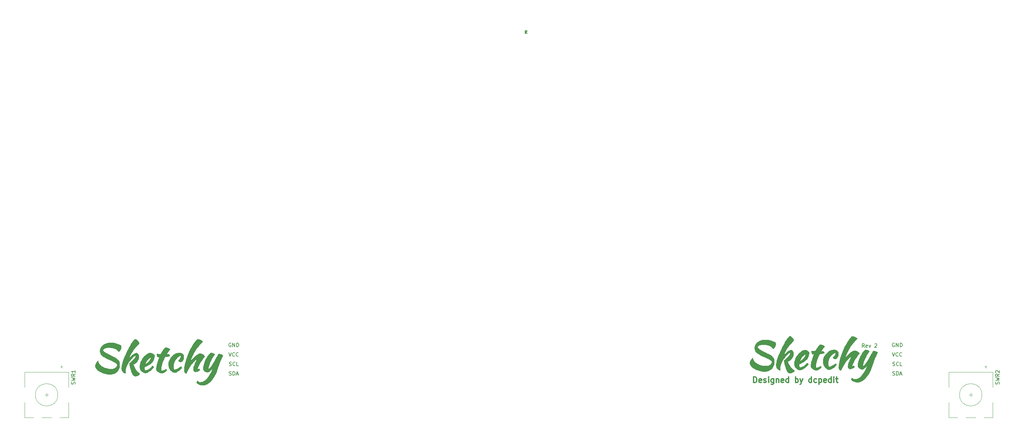
<source format=gto>
G04 #@! TF.GenerationSoftware,KiCad,Pcbnew,(6.0.1-0)*
G04 #@! TF.CreationDate,2022-06-20T16:47:26-07:00*
G04 #@! TF.ProjectId,sketchy_v2,736b6574-6368-4795-9f76-322e6b696361,1*
G04 #@! TF.SameCoordinates,Original*
G04 #@! TF.FileFunction,Legend,Top*
G04 #@! TF.FilePolarity,Positive*
%FSLAX46Y46*%
G04 Gerber Fmt 4.6, Leading zero omitted, Abs format (unit mm)*
G04 Created by KiCad (PCBNEW (6.0.1-0)) date 2022-06-20 16:47:26*
%MOMM*%
%LPD*%
G01*
G04 APERTURE LIST*
%ADD10C,0.300000*%
%ADD11C,0.150000*%
%ADD12C,0.120000*%
%ADD13R,1.752600X1.752600*%
%ADD14C,1.752600*%
%ADD15R,1.700000X1.700000*%
%ADD16O,1.700000X1.700000*%
%ADD17R,2.000000X2.000000*%
%ADD18C,2.000000*%
%ADD19R,2.000000X3.200000*%
%ADD20C,1.750000*%
%ADD21C,3.000000*%
%ADD22C,3.987800*%
%ADD23C,3.048000*%
%ADD24C,1.200000*%
%ADD25C,2.100000*%
G04 APERTURE END LIST*
D10*
X214070892Y-131647321D02*
X214070892Y-130147321D01*
X214428035Y-130147321D01*
X214642321Y-130218750D01*
X214785178Y-130361607D01*
X214856607Y-130504464D01*
X214928035Y-130790178D01*
X214928035Y-131004464D01*
X214856607Y-131290178D01*
X214785178Y-131433035D01*
X214642321Y-131575892D01*
X214428035Y-131647321D01*
X214070892Y-131647321D01*
X216142321Y-131575892D02*
X215999464Y-131647321D01*
X215713750Y-131647321D01*
X215570892Y-131575892D01*
X215499464Y-131433035D01*
X215499464Y-130861607D01*
X215570892Y-130718750D01*
X215713750Y-130647321D01*
X215999464Y-130647321D01*
X216142321Y-130718750D01*
X216213750Y-130861607D01*
X216213750Y-131004464D01*
X215499464Y-131147321D01*
X216785178Y-131575892D02*
X216928035Y-131647321D01*
X217213750Y-131647321D01*
X217356607Y-131575892D01*
X217428035Y-131433035D01*
X217428035Y-131361607D01*
X217356607Y-131218750D01*
X217213750Y-131147321D01*
X216999464Y-131147321D01*
X216856607Y-131075892D01*
X216785178Y-130933035D01*
X216785178Y-130861607D01*
X216856607Y-130718750D01*
X216999464Y-130647321D01*
X217213750Y-130647321D01*
X217356607Y-130718750D01*
X218070892Y-131647321D02*
X218070892Y-130647321D01*
X218070892Y-130147321D02*
X217999464Y-130218750D01*
X218070892Y-130290178D01*
X218142321Y-130218750D01*
X218070892Y-130147321D01*
X218070892Y-130290178D01*
X219428035Y-130647321D02*
X219428035Y-131861607D01*
X219356607Y-132004464D01*
X219285178Y-132075892D01*
X219142321Y-132147321D01*
X218928035Y-132147321D01*
X218785178Y-132075892D01*
X219428035Y-131575892D02*
X219285178Y-131647321D01*
X218999464Y-131647321D01*
X218856607Y-131575892D01*
X218785178Y-131504464D01*
X218713750Y-131361607D01*
X218713750Y-130933035D01*
X218785178Y-130790178D01*
X218856607Y-130718750D01*
X218999464Y-130647321D01*
X219285178Y-130647321D01*
X219428035Y-130718750D01*
X220142321Y-130647321D02*
X220142321Y-131647321D01*
X220142321Y-130790178D02*
X220213750Y-130718750D01*
X220356607Y-130647321D01*
X220570892Y-130647321D01*
X220713750Y-130718750D01*
X220785178Y-130861607D01*
X220785178Y-131647321D01*
X222070892Y-131575892D02*
X221928035Y-131647321D01*
X221642321Y-131647321D01*
X221499464Y-131575892D01*
X221428035Y-131433035D01*
X221428035Y-130861607D01*
X221499464Y-130718750D01*
X221642321Y-130647321D01*
X221928035Y-130647321D01*
X222070892Y-130718750D01*
X222142321Y-130861607D01*
X222142321Y-131004464D01*
X221428035Y-131147321D01*
X223428035Y-131647321D02*
X223428035Y-130147321D01*
X223428035Y-131575892D02*
X223285178Y-131647321D01*
X222999464Y-131647321D01*
X222856607Y-131575892D01*
X222785178Y-131504464D01*
X222713750Y-131361607D01*
X222713750Y-130933035D01*
X222785178Y-130790178D01*
X222856607Y-130718750D01*
X222999464Y-130647321D01*
X223285178Y-130647321D01*
X223428035Y-130718750D01*
X225285178Y-131647321D02*
X225285178Y-130147321D01*
X225285178Y-130718750D02*
X225428035Y-130647321D01*
X225713750Y-130647321D01*
X225856607Y-130718750D01*
X225928035Y-130790178D01*
X225999464Y-130933035D01*
X225999464Y-131361607D01*
X225928035Y-131504464D01*
X225856607Y-131575892D01*
X225713750Y-131647321D01*
X225428035Y-131647321D01*
X225285178Y-131575892D01*
X226499464Y-130647321D02*
X226856607Y-131647321D01*
X227213750Y-130647321D02*
X226856607Y-131647321D01*
X226713750Y-132004464D01*
X226642321Y-132075892D01*
X226499464Y-132147321D01*
X229570892Y-131647321D02*
X229570892Y-130147321D01*
X229570892Y-131575892D02*
X229428035Y-131647321D01*
X229142321Y-131647321D01*
X228999464Y-131575892D01*
X228928035Y-131504464D01*
X228856607Y-131361607D01*
X228856607Y-130933035D01*
X228928035Y-130790178D01*
X228999464Y-130718750D01*
X229142321Y-130647321D01*
X229428035Y-130647321D01*
X229570892Y-130718750D01*
X230928035Y-131575892D02*
X230785178Y-131647321D01*
X230499464Y-131647321D01*
X230356607Y-131575892D01*
X230285178Y-131504464D01*
X230213750Y-131361607D01*
X230213750Y-130933035D01*
X230285178Y-130790178D01*
X230356607Y-130718750D01*
X230499464Y-130647321D01*
X230785178Y-130647321D01*
X230928035Y-130718750D01*
X231570892Y-130647321D02*
X231570892Y-132147321D01*
X231570892Y-130718750D02*
X231713750Y-130647321D01*
X231999464Y-130647321D01*
X232142321Y-130718750D01*
X232213750Y-130790178D01*
X232285178Y-130933035D01*
X232285178Y-131361607D01*
X232213750Y-131504464D01*
X232142321Y-131575892D01*
X231999464Y-131647321D01*
X231713750Y-131647321D01*
X231570892Y-131575892D01*
X233499464Y-131575892D02*
X233356607Y-131647321D01*
X233070892Y-131647321D01*
X232928035Y-131575892D01*
X232856607Y-131433035D01*
X232856607Y-130861607D01*
X232928035Y-130718750D01*
X233070892Y-130647321D01*
X233356607Y-130647321D01*
X233499464Y-130718750D01*
X233570892Y-130861607D01*
X233570892Y-131004464D01*
X232856607Y-131147321D01*
X234856607Y-131647321D02*
X234856607Y-130147321D01*
X234856607Y-131575892D02*
X234713750Y-131647321D01*
X234428035Y-131647321D01*
X234285178Y-131575892D01*
X234213750Y-131504464D01*
X234142321Y-131361607D01*
X234142321Y-130933035D01*
X234213750Y-130790178D01*
X234285178Y-130718750D01*
X234428035Y-130647321D01*
X234713750Y-130647321D01*
X234856607Y-130718750D01*
X235570892Y-131647321D02*
X235570892Y-130647321D01*
X235570892Y-130147321D02*
X235499464Y-130218750D01*
X235570892Y-130290178D01*
X235642321Y-130218750D01*
X235570892Y-130147321D01*
X235570892Y-130290178D01*
X236070892Y-130647321D02*
X236642321Y-130647321D01*
X236285178Y-130147321D02*
X236285178Y-131433035D01*
X236356607Y-131575892D01*
X236499464Y-131647321D01*
X236642321Y-131647321D01*
D11*
X243752857Y-122245380D02*
X243419523Y-121769190D01*
X243181428Y-122245380D02*
X243181428Y-121245380D01*
X243562380Y-121245380D01*
X243657619Y-121293000D01*
X243705238Y-121340619D01*
X243752857Y-121435857D01*
X243752857Y-121578714D01*
X243705238Y-121673952D01*
X243657619Y-121721571D01*
X243562380Y-121769190D01*
X243181428Y-121769190D01*
X244562380Y-122197761D02*
X244467142Y-122245380D01*
X244276666Y-122245380D01*
X244181428Y-122197761D01*
X244133809Y-122102523D01*
X244133809Y-121721571D01*
X244181428Y-121626333D01*
X244276666Y-121578714D01*
X244467142Y-121578714D01*
X244562380Y-121626333D01*
X244610000Y-121721571D01*
X244610000Y-121816809D01*
X244133809Y-121912047D01*
X244943333Y-121578714D02*
X245181428Y-122245380D01*
X245419523Y-121578714D01*
X246514761Y-121340619D02*
X246562380Y-121293000D01*
X246657619Y-121245380D01*
X246895714Y-121245380D01*
X246990952Y-121293000D01*
X247038571Y-121340619D01*
X247086190Y-121435857D01*
X247086190Y-121531095D01*
X247038571Y-121673952D01*
X246467142Y-122245380D01*
X247086190Y-122245380D01*
X251783845Y-121102500D02*
X251688607Y-121054880D01*
X251545750Y-121054880D01*
X251402892Y-121102500D01*
X251307654Y-121197738D01*
X251260035Y-121292976D01*
X251212416Y-121483452D01*
X251212416Y-121626309D01*
X251260035Y-121816785D01*
X251307654Y-121912023D01*
X251402892Y-122007261D01*
X251545750Y-122054880D01*
X251640988Y-122054880D01*
X251783845Y-122007261D01*
X251831464Y-121959642D01*
X251831464Y-121626309D01*
X251640988Y-121626309D01*
X252260035Y-122054880D02*
X252260035Y-121054880D01*
X252831464Y-122054880D01*
X252831464Y-121054880D01*
X253307654Y-122054880D02*
X253307654Y-121054880D01*
X253545750Y-121054880D01*
X253688607Y-121102500D01*
X253783845Y-121197738D01*
X253831464Y-121292976D01*
X253879083Y-121483452D01*
X253879083Y-121626309D01*
X253831464Y-121816785D01*
X253783845Y-121912023D01*
X253688607Y-122007261D01*
X253545750Y-122054880D01*
X253307654Y-122054880D01*
X251355273Y-127087261D02*
X251498130Y-127134880D01*
X251736226Y-127134880D01*
X251831464Y-127087261D01*
X251879083Y-127039642D01*
X251926702Y-126944404D01*
X251926702Y-126849166D01*
X251879083Y-126753928D01*
X251831464Y-126706309D01*
X251736226Y-126658690D01*
X251545750Y-126611071D01*
X251450511Y-126563452D01*
X251402892Y-126515833D01*
X251355273Y-126420595D01*
X251355273Y-126325357D01*
X251402892Y-126230119D01*
X251450511Y-126182500D01*
X251545750Y-126134880D01*
X251783845Y-126134880D01*
X251926702Y-126182500D01*
X252926702Y-127039642D02*
X252879083Y-127087261D01*
X252736226Y-127134880D01*
X252640988Y-127134880D01*
X252498130Y-127087261D01*
X252402892Y-126992023D01*
X252355273Y-126896785D01*
X252307654Y-126706309D01*
X252307654Y-126563452D01*
X252355273Y-126372976D01*
X252402892Y-126277738D01*
X252498130Y-126182500D01*
X252640988Y-126134880D01*
X252736226Y-126134880D01*
X252879083Y-126182500D01*
X252926702Y-126230119D01*
X253831464Y-127134880D02*
X253355273Y-127134880D01*
X253355273Y-126134880D01*
X251331464Y-129627261D02*
X251474321Y-129674880D01*
X251712416Y-129674880D01*
X251807654Y-129627261D01*
X251855273Y-129579642D01*
X251902892Y-129484404D01*
X251902892Y-129389166D01*
X251855273Y-129293928D01*
X251807654Y-129246309D01*
X251712416Y-129198690D01*
X251521940Y-129151071D01*
X251426702Y-129103452D01*
X251379083Y-129055833D01*
X251331464Y-128960595D01*
X251331464Y-128865357D01*
X251379083Y-128770119D01*
X251426702Y-128722500D01*
X251521940Y-128674880D01*
X251760035Y-128674880D01*
X251902892Y-128722500D01*
X252331464Y-129674880D02*
X252331464Y-128674880D01*
X252569559Y-128674880D01*
X252712416Y-128722500D01*
X252807654Y-128817738D01*
X252855273Y-128912976D01*
X252902892Y-129103452D01*
X252902892Y-129246309D01*
X252855273Y-129436785D01*
X252807654Y-129532023D01*
X252712416Y-129627261D01*
X252569559Y-129674880D01*
X252331464Y-129674880D01*
X253283845Y-129389166D02*
X253760035Y-129389166D01*
X253188607Y-129674880D02*
X253521940Y-128674880D01*
X253855273Y-129674880D01*
X251212416Y-123594880D02*
X251545750Y-124594880D01*
X251879083Y-123594880D01*
X252783845Y-124499642D02*
X252736226Y-124547261D01*
X252593369Y-124594880D01*
X252498130Y-124594880D01*
X252355273Y-124547261D01*
X252260035Y-124452023D01*
X252212416Y-124356785D01*
X252164797Y-124166309D01*
X252164797Y-124023452D01*
X252212416Y-123832976D01*
X252260035Y-123737738D01*
X252355273Y-123642500D01*
X252498130Y-123594880D01*
X252593369Y-123594880D01*
X252736226Y-123642500D01*
X252783845Y-123690119D01*
X253783845Y-124499642D02*
X253736226Y-124547261D01*
X253593369Y-124594880D01*
X253498130Y-124594880D01*
X253355273Y-124547261D01*
X253260035Y-124452023D01*
X253212416Y-124356785D01*
X253164797Y-124166309D01*
X253164797Y-124023452D01*
X253212416Y-123832976D01*
X253260035Y-123737738D01*
X253355273Y-123642500D01*
X253498130Y-123594880D01*
X253593369Y-123594880D01*
X253736226Y-123642500D01*
X253783845Y-123690119D01*
X279861011Y-132070833D02*
X279908630Y-131927976D01*
X279908630Y-131689880D01*
X279861011Y-131594642D01*
X279813392Y-131547023D01*
X279718154Y-131499404D01*
X279622916Y-131499404D01*
X279527678Y-131547023D01*
X279480059Y-131594642D01*
X279432440Y-131689880D01*
X279384821Y-131880357D01*
X279337202Y-131975595D01*
X279289583Y-132023214D01*
X279194345Y-132070833D01*
X279099107Y-132070833D01*
X279003869Y-132023214D01*
X278956250Y-131975595D01*
X278908630Y-131880357D01*
X278908630Y-131642261D01*
X278956250Y-131499404D01*
X278908630Y-131166071D02*
X279908630Y-130927976D01*
X279194345Y-130737500D01*
X279908630Y-130547023D01*
X278908630Y-130308928D01*
X279908630Y-129356547D02*
X279432440Y-129689880D01*
X279908630Y-129927976D02*
X278908630Y-129927976D01*
X278908630Y-129547023D01*
X278956250Y-129451785D01*
X279003869Y-129404166D01*
X279099107Y-129356547D01*
X279241964Y-129356547D01*
X279337202Y-129404166D01*
X279384821Y-129451785D01*
X279432440Y-129547023D01*
X279432440Y-129927976D01*
X279003869Y-128975595D02*
X278956250Y-128927976D01*
X278908630Y-128832738D01*
X278908630Y-128594642D01*
X278956250Y-128499404D01*
X279003869Y-128451785D01*
X279099107Y-128404166D01*
X279194345Y-128404166D01*
X279337202Y-128451785D01*
X279908630Y-129023214D01*
X279908630Y-128404166D01*
X32211011Y-132070833D02*
X32258630Y-131927976D01*
X32258630Y-131689880D01*
X32211011Y-131594642D01*
X32163392Y-131547023D01*
X32068154Y-131499404D01*
X31972916Y-131499404D01*
X31877678Y-131547023D01*
X31830059Y-131594642D01*
X31782440Y-131689880D01*
X31734821Y-131880357D01*
X31687202Y-131975595D01*
X31639583Y-132023214D01*
X31544345Y-132070833D01*
X31449107Y-132070833D01*
X31353869Y-132023214D01*
X31306250Y-131975595D01*
X31258630Y-131880357D01*
X31258630Y-131642261D01*
X31306250Y-131499404D01*
X31258630Y-131166071D02*
X32258630Y-130927976D01*
X31544345Y-130737500D01*
X32258630Y-130547023D01*
X31258630Y-130308928D01*
X32258630Y-129356547D02*
X31782440Y-129689880D01*
X32258630Y-129927976D02*
X31258630Y-129927976D01*
X31258630Y-129547023D01*
X31306250Y-129451785D01*
X31353869Y-129404166D01*
X31449107Y-129356547D01*
X31591964Y-129356547D01*
X31687202Y-129404166D01*
X31734821Y-129451785D01*
X31782440Y-129547023D01*
X31782440Y-129927976D01*
X32258630Y-128404166D02*
X32258630Y-128975595D01*
X32258630Y-128689880D02*
X31258630Y-128689880D01*
X31401488Y-128785119D01*
X31496726Y-128880357D01*
X31544345Y-128975595D01*
X73555273Y-127087261D02*
X73698130Y-127134880D01*
X73936226Y-127134880D01*
X74031464Y-127087261D01*
X74079083Y-127039642D01*
X74126702Y-126944404D01*
X74126702Y-126849166D01*
X74079083Y-126753928D01*
X74031464Y-126706309D01*
X73936226Y-126658690D01*
X73745750Y-126611071D01*
X73650511Y-126563452D01*
X73602892Y-126515833D01*
X73555273Y-126420595D01*
X73555273Y-126325357D01*
X73602892Y-126230119D01*
X73650511Y-126182500D01*
X73745750Y-126134880D01*
X73983845Y-126134880D01*
X74126702Y-126182500D01*
X75126702Y-127039642D02*
X75079083Y-127087261D01*
X74936226Y-127134880D01*
X74840988Y-127134880D01*
X74698130Y-127087261D01*
X74602892Y-126992023D01*
X74555273Y-126896785D01*
X74507654Y-126706309D01*
X74507654Y-126563452D01*
X74555273Y-126372976D01*
X74602892Y-126277738D01*
X74698130Y-126182500D01*
X74840988Y-126134880D01*
X74936226Y-126134880D01*
X75079083Y-126182500D01*
X75126702Y-126230119D01*
X76031464Y-127134880D02*
X75555273Y-127134880D01*
X75555273Y-126134880D01*
X73412416Y-123594880D02*
X73745750Y-124594880D01*
X74079083Y-123594880D01*
X74983845Y-124499642D02*
X74936226Y-124547261D01*
X74793369Y-124594880D01*
X74698130Y-124594880D01*
X74555273Y-124547261D01*
X74460035Y-124452023D01*
X74412416Y-124356785D01*
X74364797Y-124166309D01*
X74364797Y-124023452D01*
X74412416Y-123832976D01*
X74460035Y-123737738D01*
X74555273Y-123642500D01*
X74698130Y-123594880D01*
X74793369Y-123594880D01*
X74936226Y-123642500D01*
X74983845Y-123690119D01*
X75983845Y-124499642D02*
X75936226Y-124547261D01*
X75793369Y-124594880D01*
X75698130Y-124594880D01*
X75555273Y-124547261D01*
X75460035Y-124452023D01*
X75412416Y-124356785D01*
X75364797Y-124166309D01*
X75364797Y-124023452D01*
X75412416Y-123832976D01*
X75460035Y-123737738D01*
X75555273Y-123642500D01*
X75698130Y-123594880D01*
X75793369Y-123594880D01*
X75936226Y-123642500D01*
X75983845Y-123690119D01*
X73983845Y-121102500D02*
X73888607Y-121054880D01*
X73745750Y-121054880D01*
X73602892Y-121102500D01*
X73507654Y-121197738D01*
X73460035Y-121292976D01*
X73412416Y-121483452D01*
X73412416Y-121626309D01*
X73460035Y-121816785D01*
X73507654Y-121912023D01*
X73602892Y-122007261D01*
X73745750Y-122054880D01*
X73840988Y-122054880D01*
X73983845Y-122007261D01*
X74031464Y-121959642D01*
X74031464Y-121626309D01*
X73840988Y-121626309D01*
X74460035Y-122054880D02*
X74460035Y-121054880D01*
X75031464Y-122054880D01*
X75031464Y-121054880D01*
X75507654Y-122054880D02*
X75507654Y-121054880D01*
X75745750Y-121054880D01*
X75888607Y-121102500D01*
X75983845Y-121197738D01*
X76031464Y-121292976D01*
X76079083Y-121483452D01*
X76079083Y-121626309D01*
X76031464Y-121816785D01*
X75983845Y-121912023D01*
X75888607Y-122007261D01*
X75745750Y-122054880D01*
X75507654Y-122054880D01*
X73531464Y-129627261D02*
X73674321Y-129674880D01*
X73912416Y-129674880D01*
X74007654Y-129627261D01*
X74055273Y-129579642D01*
X74102892Y-129484404D01*
X74102892Y-129389166D01*
X74055273Y-129293928D01*
X74007654Y-129246309D01*
X73912416Y-129198690D01*
X73721940Y-129151071D01*
X73626702Y-129103452D01*
X73579083Y-129055833D01*
X73531464Y-128960595D01*
X73531464Y-128865357D01*
X73579083Y-128770119D01*
X73626702Y-128722500D01*
X73721940Y-128674880D01*
X73960035Y-128674880D01*
X74102892Y-128722500D01*
X74531464Y-129674880D02*
X74531464Y-128674880D01*
X74769559Y-128674880D01*
X74912416Y-128722500D01*
X75007654Y-128817738D01*
X75055273Y-128912976D01*
X75102892Y-129103452D01*
X75102892Y-129246309D01*
X75055273Y-129436785D01*
X75007654Y-129532023D01*
X74912416Y-129627261D01*
X74769559Y-129674880D01*
X74531464Y-129674880D01*
X75483845Y-129389166D02*
X75960035Y-129389166D01*
X75388607Y-129674880D02*
X75721940Y-128674880D01*
X76055273Y-129674880D01*
D12*
X278156250Y-136937500D02*
X278156250Y-141037500D01*
X278156250Y-141037500D02*
X275756250Y-141037500D01*
X278156250Y-132937500D02*
X278156250Y-128837500D01*
X276356250Y-127737500D02*
X276056250Y-127437500D01*
X278156250Y-128837500D02*
X266356250Y-128837500D01*
X276056250Y-127437500D02*
X276356250Y-127137500D01*
X268756250Y-141037500D02*
X266356250Y-141037500D01*
X273556250Y-141037500D02*
X270956250Y-141037500D01*
X266356250Y-132937500D02*
X266356250Y-128837500D01*
X276356250Y-127137500D02*
X276356250Y-127737500D01*
X266356250Y-141037500D02*
X266356250Y-136937500D01*
X272256250Y-134437500D02*
X272256250Y-135437500D01*
X272756250Y-134937500D02*
X271756250Y-134937500D01*
X275256250Y-134937500D02*
G75*
G03*
X275256250Y-134937500I-3000000J0D01*
G01*
X25106250Y-134937500D02*
X24106250Y-134937500D01*
X21106250Y-141037500D02*
X18706250Y-141037500D01*
X28406250Y-127437500D02*
X28706250Y-127137500D01*
X18706250Y-132937500D02*
X18706250Y-128837500D01*
X25906250Y-141037500D02*
X23306250Y-141037500D01*
X28706250Y-127737500D02*
X28406250Y-127437500D01*
X30506250Y-136937500D02*
X30506250Y-141037500D01*
X30506250Y-141037500D02*
X28106250Y-141037500D01*
X30506250Y-128837500D02*
X18706250Y-128837500D01*
X24606250Y-134437500D02*
X24606250Y-135437500D01*
X18706250Y-141037500D02*
X18706250Y-136937500D01*
X30506250Y-132937500D02*
X30506250Y-128837500D01*
X28706250Y-127137500D02*
X28706250Y-127737500D01*
X27606250Y-134937500D02*
G75*
G03*
X27606250Y-134937500I-3000000J0D01*
G01*
D11*
X153162818Y-37711860D02*
X153162818Y-37811860D01*
X153162818Y-37811860D02*
X153062818Y-37811860D01*
X153062818Y-37811860D02*
X153062818Y-37711860D01*
X153062818Y-37711860D02*
X153162818Y-37711860D01*
G36*
X153162818Y-37811860D02*
G01*
X153062818Y-37811860D01*
X153062818Y-37711860D01*
X153162818Y-37711860D01*
X153162818Y-37811860D01*
G37*
X153162818Y-37811860D02*
X153062818Y-37811860D01*
X153062818Y-37711860D01*
X153162818Y-37711860D01*
X153162818Y-37811860D01*
X153362818Y-37311860D02*
X153362818Y-37411860D01*
X153362818Y-37411860D02*
X152862818Y-37411860D01*
X152862818Y-37411860D02*
X152862818Y-37311860D01*
X152862818Y-37311860D02*
X153362818Y-37311860D01*
G36*
X153362818Y-37411860D02*
G01*
X152862818Y-37411860D01*
X152862818Y-37311860D01*
X153362818Y-37311860D01*
X153362818Y-37411860D01*
G37*
X153362818Y-37411860D02*
X152862818Y-37411860D01*
X152862818Y-37311860D01*
X153362818Y-37311860D01*
X153362818Y-37411860D01*
X152962818Y-37311860D02*
X152962818Y-38111860D01*
X152962818Y-38111860D02*
X152862818Y-38111860D01*
X152862818Y-38111860D02*
X152862818Y-37311860D01*
X152862818Y-37311860D02*
X152962818Y-37311860D01*
G36*
X152962818Y-38111860D02*
G01*
X152862818Y-38111860D01*
X152862818Y-37311860D01*
X152962818Y-37311860D01*
X152962818Y-38111860D01*
G37*
X152962818Y-38111860D02*
X152862818Y-38111860D01*
X152862818Y-37311860D01*
X152962818Y-37311860D01*
X152962818Y-38111860D01*
X153362818Y-37311860D02*
X153362818Y-37611860D01*
X153362818Y-37611860D02*
X153262818Y-37611860D01*
X153262818Y-37611860D02*
X153262818Y-37311860D01*
X153262818Y-37311860D02*
X153362818Y-37311860D01*
G36*
X153362818Y-37611860D02*
G01*
X153262818Y-37611860D01*
X153262818Y-37311860D01*
X153362818Y-37311860D01*
X153362818Y-37611860D01*
G37*
X153362818Y-37611860D02*
X153262818Y-37611860D01*
X153262818Y-37311860D01*
X153362818Y-37311860D01*
X153362818Y-37611860D01*
X153362818Y-37911860D02*
X153362818Y-38111860D01*
X153362818Y-38111860D02*
X153262818Y-38111860D01*
X153262818Y-38111860D02*
X153262818Y-37911860D01*
X153262818Y-37911860D02*
X153362818Y-37911860D01*
G36*
X153362818Y-38111860D02*
G01*
X153262818Y-38111860D01*
X153262818Y-37911860D01*
X153362818Y-37911860D01*
X153362818Y-38111860D01*
G37*
X153362818Y-38111860D02*
X153262818Y-38111860D01*
X153262818Y-37911860D01*
X153362818Y-37911860D01*
X153362818Y-38111860D01*
G36*
X65137839Y-120029557D02*
G01*
X65430995Y-120073677D01*
X65726115Y-120161193D01*
X66009469Y-120287081D01*
X66257784Y-120439447D01*
X66346698Y-120502052D01*
X66412258Y-120551082D01*
X66453215Y-120593261D01*
X66468314Y-120635313D01*
X66456304Y-120683961D01*
X66415933Y-120745929D01*
X66345948Y-120827941D01*
X66245098Y-120936722D01*
X66145325Y-121043271D01*
X65719914Y-121514764D01*
X65325618Y-121982187D01*
X64966656Y-122440264D01*
X64647248Y-122883721D01*
X64513447Y-123083365D01*
X64396605Y-123272626D01*
X64266835Y-123501049D01*
X64128376Y-123759880D01*
X63985467Y-124040361D01*
X63842346Y-124333737D01*
X63703253Y-124631251D01*
X63572426Y-124924147D01*
X63454104Y-125203669D01*
X63352526Y-125461060D01*
X63320501Y-125547646D01*
X63243284Y-125760860D01*
X63326308Y-125670314D01*
X63370462Y-125621943D01*
X63441421Y-125543955D01*
X63531816Y-125444459D01*
X63634279Y-125331565D01*
X63724418Y-125232163D01*
X64013445Y-124926920D01*
X64296039Y-124655389D01*
X64569534Y-124419596D01*
X64831262Y-124221566D01*
X65078559Y-124063324D01*
X65308757Y-123946894D01*
X65509031Y-123876897D01*
X65729086Y-123845445D01*
X65955567Y-123862658D01*
X66185197Y-123927235D01*
X66414699Y-124037873D01*
X66640797Y-124193270D01*
X66860215Y-124392124D01*
X66894153Y-124427534D01*
X67087382Y-124632938D01*
X66888477Y-124866037D01*
X66769624Y-125007025D01*
X66666624Y-125133771D01*
X66571777Y-125256704D01*
X66477383Y-125386252D01*
X66375741Y-125532844D01*
X66259148Y-125706906D01*
X66189662Y-125812337D01*
X65999009Y-126111180D01*
X65820755Y-126407267D01*
X65657432Y-126695546D01*
X65511569Y-126970969D01*
X65385698Y-127228485D01*
X65282350Y-127463045D01*
X65204054Y-127669599D01*
X65153342Y-127843098D01*
X65140844Y-127905098D01*
X65133507Y-127970031D01*
X65143938Y-128004738D01*
X65180209Y-128012325D01*
X65250392Y-127995901D01*
X65318717Y-127973584D01*
X65441774Y-127942117D01*
X65534000Y-127944965D01*
X65603863Y-127984095D01*
X65654326Y-128051441D01*
X65690787Y-128136932D01*
X65710884Y-128224609D01*
X65712219Y-128246049D01*
X65699319Y-128316053D01*
X65656743Y-128383338D01*
X65579663Y-128452260D01*
X65463249Y-128527175D01*
X65310397Y-128608579D01*
X65073885Y-128719998D01*
X64871126Y-128798752D01*
X64696952Y-128844987D01*
X64546196Y-128858842D01*
X64413689Y-128840462D01*
X64294265Y-128789988D01*
X64182755Y-128707563D01*
X64116258Y-128641487D01*
X64015987Y-128522716D01*
X63950115Y-128414773D01*
X63912146Y-128300846D01*
X63895586Y-128164123D01*
X63893224Y-128064166D01*
X63897150Y-127921021D01*
X63911798Y-127795302D01*
X63940823Y-127662410D01*
X63966987Y-127567874D01*
X64043698Y-127324020D01*
X64141338Y-127045332D01*
X64256101Y-126741462D01*
X64384184Y-126422066D01*
X64521780Y-126096797D01*
X64665086Y-125775310D01*
X64721107Y-125654310D01*
X64844762Y-125390168D01*
X64763319Y-125446289D01*
X64699335Y-125497588D01*
X64608016Y-125580680D01*
X64495588Y-125689086D01*
X64368275Y-125816326D01*
X64232302Y-125955922D01*
X64093895Y-126101395D01*
X63959277Y-126246266D01*
X63834675Y-126384055D01*
X63726314Y-126508284D01*
X63640418Y-126612473D01*
X63629686Y-126626190D01*
X63342277Y-127014511D01*
X63066771Y-127421130D01*
X62810211Y-127834601D01*
X62579639Y-128243477D01*
X62382097Y-128636314D01*
X62349366Y-128707127D01*
X62273393Y-128870239D01*
X62211437Y-128992972D01*
X62158860Y-129082307D01*
X62111028Y-129145226D01*
X62063304Y-129188710D01*
X62011051Y-129219741D01*
X62007978Y-129221214D01*
X61928976Y-129252261D01*
X61867968Y-129254453D01*
X61801122Y-129227944D01*
X61791190Y-129222632D01*
X61713962Y-129156748D01*
X61633804Y-129042512D01*
X61552222Y-128882280D01*
X61510517Y-128783524D01*
X61474396Y-128688259D01*
X61451514Y-128609907D01*
X61439075Y-128531258D01*
X61434289Y-128435103D01*
X61434266Y-128313724D01*
X61449798Y-127998342D01*
X61489639Y-127644857D01*
X61552074Y-127258913D01*
X61635385Y-126846152D01*
X61737855Y-126412217D01*
X61857767Y-125962751D01*
X61993404Y-125503395D01*
X62143049Y-125039793D01*
X62304985Y-124577587D01*
X62477495Y-124122419D01*
X62658861Y-123679932D01*
X62847368Y-123255769D01*
X63041297Y-122855573D01*
X63169874Y-122610179D01*
X63474225Y-122071778D01*
X63792643Y-121553373D01*
X64119949Y-121062753D01*
X64450961Y-120607711D01*
X64753498Y-120228168D01*
X64932077Y-120014715D01*
X65137839Y-120029557D01*
G37*
G36*
X49826899Y-126074309D02*
G01*
X50007168Y-125683525D01*
X50222242Y-125309290D01*
X50468088Y-124957810D01*
X50740675Y-124635293D01*
X51035970Y-124347944D01*
X51349941Y-124101970D01*
X51425029Y-124051472D01*
X51675624Y-123902600D01*
X51913421Y-123793205D01*
X52150776Y-123718515D01*
X52400048Y-123673758D01*
X52404346Y-123673242D01*
X52594127Y-123675078D01*
X52792615Y-123721960D01*
X52993041Y-123810443D01*
X53188639Y-123937080D01*
X53372639Y-124098425D01*
X53485825Y-124223939D01*
X53544430Y-124297733D01*
X53576444Y-124350696D01*
X53588171Y-124400842D01*
X53585913Y-124466186D01*
X53582536Y-124500322D01*
X53524626Y-124907523D01*
X53439441Y-125273185D01*
X53326472Y-125599068D01*
X53185211Y-125886928D01*
X53177422Y-125900310D01*
X53059941Y-126073146D01*
X52906429Y-126257298D01*
X52727004Y-126442603D01*
X52531784Y-126618902D01*
X52330886Y-126776031D01*
X52249111Y-126832630D01*
X51991359Y-126992252D01*
X51697744Y-127153920D01*
X51382407Y-127310147D01*
X51146167Y-127416650D01*
X50887488Y-127528326D01*
X50887592Y-127777158D01*
X50889470Y-127901348D01*
X50896756Y-127990442D01*
X50912113Y-128060168D01*
X50938201Y-128126258D01*
X50951219Y-128153163D01*
X51009344Y-128251728D01*
X51071956Y-128311232D01*
X51151108Y-128337131D01*
X51258850Y-128334882D01*
X51329601Y-128324499D01*
X51506022Y-128282601D01*
X51681537Y-128215999D01*
X51861134Y-128121482D01*
X52049797Y-127995838D01*
X52252513Y-127835858D01*
X52474267Y-127638329D01*
X52636367Y-127482998D01*
X53036348Y-127090573D01*
X53215375Y-127263409D01*
X53292019Y-127340614D01*
X53352272Y-127407419D01*
X53388048Y-127454521D01*
X53394402Y-127469394D01*
X53377775Y-127507476D01*
X53331807Y-127575340D01*
X53262363Y-127666006D01*
X53175311Y-127772497D01*
X53076516Y-127887833D01*
X52971847Y-128005034D01*
X52867168Y-128117123D01*
X52768348Y-128217121D01*
X52754817Y-128230238D01*
X52476628Y-128477928D01*
X52188168Y-128696584D01*
X51897818Y-128880540D01*
X51613961Y-129024126D01*
X51528159Y-129059724D01*
X51342706Y-129120770D01*
X51176131Y-129147421D01*
X51010964Y-129140916D01*
X50849311Y-129107798D01*
X50560908Y-129007557D01*
X50301482Y-128868953D01*
X50074177Y-128695028D01*
X49882140Y-128488822D01*
X49728517Y-128253376D01*
X49616453Y-127991731D01*
X49585404Y-127886010D01*
X49560822Y-127747757D01*
X49546970Y-127574459D01*
X49543826Y-127380823D01*
X49551368Y-127181557D01*
X49569574Y-126991368D01*
X49586906Y-126880699D01*
X49637378Y-126673171D01*
X51081471Y-126673171D01*
X51084633Y-126687497D01*
X51093136Y-126689818D01*
X51118890Y-126676336D01*
X51177415Y-126639784D01*
X51259583Y-126586002D01*
X51341283Y-126531043D01*
X51478691Y-126429098D01*
X51629168Y-126303139D01*
X51784103Y-126161731D01*
X51934882Y-126013436D01*
X52072894Y-125866821D01*
X52189527Y-125730448D01*
X52276169Y-125612882D01*
X52294941Y-125582703D01*
X52358567Y-125466003D01*
X52416362Y-125344555D01*
X52465366Y-125226735D01*
X52502621Y-125120914D01*
X52525167Y-125035468D01*
X52530043Y-124978769D01*
X52515332Y-124959156D01*
X52486377Y-124969658D01*
X52428603Y-124996289D01*
X52394440Y-125013158D01*
X52147451Y-125164687D01*
X51911219Y-125364026D01*
X51687785Y-125608833D01*
X51479192Y-125896768D01*
X51287480Y-126225491D01*
X51219781Y-126359991D01*
X51157455Y-126489964D01*
X51115330Y-126581053D01*
X51090853Y-126639905D01*
X51081471Y-126673171D01*
X49637378Y-126673171D01*
X49685468Y-126475436D01*
X49826899Y-126074309D01*
G37*
G36*
X60328273Y-123651803D02*
G01*
X60441105Y-123655723D01*
X60528058Y-123664225D01*
X60601625Y-123678688D01*
X60674303Y-123700493D01*
X60697437Y-123708543D01*
X60917645Y-123810373D01*
X61103404Y-123945714D01*
X61251369Y-124111379D01*
X61358192Y-124304180D01*
X61378374Y-124357097D01*
X61406985Y-124478741D01*
X61423548Y-124634673D01*
X61428277Y-124809781D01*
X61421386Y-124988950D01*
X61403087Y-125157066D01*
X61373595Y-125299016D01*
X61364648Y-125328194D01*
X61266671Y-125571213D01*
X61147420Y-125779778D01*
X61010011Y-125950419D01*
X60857558Y-126079669D01*
X60693174Y-126164058D01*
X60589280Y-126191863D01*
X60450502Y-126192653D01*
X60303015Y-126152413D01*
X60158205Y-126076882D01*
X60027456Y-125971798D01*
X59934850Y-125862034D01*
X59853627Y-125743980D01*
X60081949Y-125510636D01*
X60264714Y-125310281D01*
X60403042Y-125127217D01*
X60498945Y-124957917D01*
X60554436Y-124798855D01*
X60571556Y-124652432D01*
X60565509Y-124567516D01*
X60541998Y-124519926D01*
X60492969Y-124505397D01*
X60410368Y-124519666D01*
X60352824Y-124536625D01*
X60195099Y-124604861D01*
X60020397Y-124713753D01*
X59835062Y-124858713D01*
X59645435Y-125035149D01*
X59600438Y-125081201D01*
X59424865Y-125274363D01*
X59280202Y-125459058D01*
X59154241Y-125652881D01*
X59034775Y-125873430D01*
X58995736Y-125952913D01*
X58866263Y-126258314D01*
X58771363Y-126569633D01*
X58705706Y-126904987D01*
X58696517Y-126969777D01*
X58675533Y-127190950D01*
X58671256Y-127407584D01*
X58682659Y-127611873D01*
X58708713Y-127796009D01*
X58748389Y-127952185D01*
X58800661Y-128072593D01*
X58850272Y-128137373D01*
X58893311Y-128172039D01*
X58934744Y-128182468D01*
X58996174Y-128172167D01*
X59022555Y-128165340D01*
X59215841Y-128101952D01*
X59438073Y-128008463D01*
X59680728Y-127889231D01*
X59935285Y-127748611D01*
X60193220Y-127590958D01*
X60352743Y-127485451D01*
X60466266Y-127408726D01*
X60546350Y-127357465D01*
X60601238Y-127327917D01*
X60639172Y-127316329D01*
X60668396Y-127318952D01*
X60693815Y-127330227D01*
X60766379Y-127390873D01*
X60832095Y-127483239D01*
X60878736Y-127588425D01*
X60889997Y-127633514D01*
X60894630Y-127701984D01*
X60873831Y-127759648D01*
X60836328Y-127811671D01*
X60623570Y-128048601D01*
X60372075Y-128282774D01*
X60093599Y-128505003D01*
X59799898Y-128706098D01*
X59502729Y-128876873D01*
X59421215Y-128917660D01*
X59237148Y-128996288D01*
X59076353Y-129040086D01*
X58926517Y-129050619D01*
X58775328Y-129029451D01*
X58700915Y-129009186D01*
X58574127Y-128968469D01*
X58477357Y-128931615D01*
X58391346Y-128889715D01*
X58296837Y-128833863D01*
X58230832Y-128791755D01*
X57991862Y-128607560D01*
X57778110Y-128382228D01*
X57593034Y-128120639D01*
X57440090Y-127827672D01*
X57323742Y-127511584D01*
X57284537Y-127339933D01*
X57256732Y-127134377D01*
X57241202Y-126910811D01*
X57238823Y-126685132D01*
X57250468Y-126473236D01*
X57261463Y-126379922D01*
X57336282Y-126030670D01*
X57457822Y-125684976D01*
X57621941Y-125348351D01*
X57824497Y-125026307D01*
X58061346Y-124724356D01*
X58328346Y-124448010D01*
X58621355Y-124202781D01*
X58936229Y-123994180D01*
X59133580Y-123889062D01*
X59348162Y-123792934D01*
X59543694Y-123725013D01*
X59737461Y-123681356D01*
X59946745Y-123658022D01*
X60177067Y-123651086D01*
X60328273Y-123651803D01*
G37*
G36*
X42092412Y-120976900D02*
G01*
X42281154Y-120983172D01*
X42443316Y-120993591D01*
X42567846Y-121008239D01*
X42577768Y-121009933D01*
X42941355Y-121087052D01*
X43330298Y-121192806D01*
X43731030Y-121323031D01*
X44129980Y-121473565D01*
X44247994Y-121522361D01*
X44552662Y-121651031D01*
X44583251Y-121829414D01*
X44605082Y-122009699D01*
X44612495Y-122199383D01*
X44605665Y-122380748D01*
X44584767Y-122536075D01*
X44575942Y-122574325D01*
X44498915Y-122790241D01*
X44387704Y-122989222D01*
X44249207Y-123161943D01*
X44090324Y-123299080D01*
X43998258Y-123355169D01*
X43878969Y-123417589D01*
X43820502Y-123342130D01*
X43626974Y-123122042D01*
X43410599Y-122935306D01*
X43160670Y-122773311D01*
X43023159Y-122700576D01*
X42668438Y-122549738D01*
X42291588Y-122439345D01*
X41889099Y-122368658D01*
X41457465Y-122336933D01*
X41293929Y-122334909D01*
X41018121Y-122345034D01*
X40758398Y-122372773D01*
X40519073Y-122416475D01*
X40304455Y-122474490D01*
X40118856Y-122545167D01*
X39966584Y-122626856D01*
X39851952Y-122717904D01*
X39779270Y-122816662D01*
X39752847Y-122921480D01*
X39752813Y-122925083D01*
X39773265Y-123005727D01*
X39830807Y-123105328D01*
X39919418Y-123215778D01*
X40033080Y-123328967D01*
X40087430Y-123375860D01*
X40242595Y-123496148D01*
X40420271Y-123618371D01*
X40625551Y-123745545D01*
X40863528Y-123880683D01*
X41139296Y-124026799D01*
X41457929Y-124186898D01*
X41659323Y-124285967D01*
X41876209Y-124392679D01*
X42095452Y-124500571D01*
X42303920Y-124603180D01*
X42488481Y-124694042D01*
X42590494Y-124744278D01*
X42830487Y-124864938D01*
X43030885Y-124971820D01*
X43199397Y-125069943D01*
X43343733Y-125164325D01*
X43471604Y-125259983D01*
X43590717Y-125361935D01*
X43699912Y-125466317D01*
X43876281Y-125661244D01*
X44012308Y-125857437D01*
X44116837Y-126069255D01*
X44178988Y-126244105D01*
X44201662Y-126321458D01*
X44218147Y-126391597D01*
X44229399Y-126464853D01*
X44236370Y-126551558D01*
X44240014Y-126662041D01*
X44241287Y-126806635D01*
X44241301Y-126918876D01*
X44240412Y-127092288D01*
X44237642Y-127226056D01*
X44231945Y-127331431D01*
X44222273Y-127419665D01*
X44207578Y-127502009D01*
X44186812Y-127589714D01*
X44174456Y-127636739D01*
X44056842Y-127986198D01*
X43900830Y-128303445D01*
X43708385Y-128587280D01*
X43481473Y-128836505D01*
X43222058Y-129049919D01*
X42932106Y-129226324D01*
X42613582Y-129364519D01*
X42268452Y-129463305D01*
X41898681Y-129521483D01*
X41506235Y-129537853D01*
X41101616Y-129512187D01*
X40770491Y-129461718D01*
X40415208Y-129383875D01*
X40051556Y-129282836D01*
X39695321Y-129162779D01*
X39510935Y-129091241D01*
X39171930Y-128939100D01*
X38857030Y-128770193D01*
X38570043Y-128587664D01*
X38314774Y-128394656D01*
X38095030Y-128194314D01*
X37914619Y-127989781D01*
X37777347Y-127784200D01*
X37688960Y-127586609D01*
X37638805Y-127356027D01*
X37636955Y-127113515D01*
X37682758Y-126861074D01*
X37775562Y-126600706D01*
X37914712Y-126334410D01*
X38099557Y-126064187D01*
X38243186Y-125888207D01*
X38441997Y-125659242D01*
X38448931Y-125748227D01*
X38475839Y-125976741D01*
X38521561Y-126172736D01*
X38592116Y-126352959D01*
X38693523Y-126534158D01*
X38774638Y-126654490D01*
X38959328Y-126876406D01*
X39188691Y-127087420D01*
X39457082Y-127284318D01*
X39758857Y-127463890D01*
X40088370Y-127622925D01*
X40439977Y-127758212D01*
X40808035Y-127866540D01*
X40971777Y-127904421D01*
X41091530Y-127928732D01*
X41196109Y-127946579D01*
X41297519Y-127958963D01*
X41407765Y-127966890D01*
X41538852Y-127971363D01*
X41702784Y-127973385D01*
X41801516Y-127973793D01*
X42014302Y-127972797D01*
X42186508Y-127967369D01*
X42328392Y-127955652D01*
X42450210Y-127935790D01*
X42562219Y-127905929D01*
X42674677Y-127864210D01*
X42797840Y-127808780D01*
X42848248Y-127784388D01*
X43046659Y-127665325D01*
X43217860Y-127518753D01*
X43355856Y-127351858D01*
X43454651Y-127171825D01*
X43506752Y-126995074D01*
X43507748Y-126900992D01*
X43477820Y-126805154D01*
X43415062Y-126706206D01*
X43317568Y-126602795D01*
X43183434Y-126493569D01*
X43010754Y-126377175D01*
X42797623Y-126252259D01*
X42542134Y-126117470D01*
X42242384Y-125971453D01*
X41896465Y-125812856D01*
X41750614Y-125748174D01*
X41321035Y-125555631D01*
X40937534Y-125375863D01*
X40597390Y-125207157D01*
X40297884Y-125047802D01*
X40036295Y-124896089D01*
X39809904Y-124750306D01*
X39615990Y-124608741D01*
X39451833Y-124469684D01*
X39314714Y-124331424D01*
X39201913Y-124192249D01*
X39146218Y-124109895D01*
X39019069Y-123861462D01*
X38937255Y-123596175D01*
X38900172Y-123319097D01*
X38907214Y-123035291D01*
X38957776Y-122749822D01*
X39051252Y-122467751D01*
X39187037Y-122194143D01*
X39364525Y-121934060D01*
X39413601Y-121873811D01*
X39615585Y-121670005D01*
X39859980Y-121485202D01*
X40140827Y-121322564D01*
X40452164Y-121185251D01*
X40788030Y-121076425D01*
X41020626Y-121021663D01*
X41136779Y-121004809D01*
X41292658Y-120991602D01*
X41477212Y-120982124D01*
X41679390Y-120976459D01*
X41888140Y-120974689D01*
X42092412Y-120976900D01*
G37*
G36*
X68744671Y-123645653D02*
G01*
X68967650Y-123678898D01*
X69184229Y-123738523D01*
X69383084Y-123820001D01*
X69552888Y-123918809D01*
X69667059Y-124014201D01*
X69760044Y-124109427D01*
X69646162Y-124228280D01*
X69526841Y-124367964D01*
X69394786Y-124549208D01*
X69253478Y-124765323D01*
X69106400Y-125009619D01*
X68957033Y-125275408D01*
X68808859Y-125555999D01*
X68665361Y-125844704D01*
X68530020Y-126134833D01*
X68406317Y-126419697D01*
X68297736Y-126692607D01*
X68207757Y-126946872D01*
X68172415Y-127059604D01*
X68123763Y-127227698D01*
X68077271Y-127397587D01*
X68035099Y-127560450D01*
X67999412Y-127707466D01*
X67972370Y-127829814D01*
X67956135Y-127918673D01*
X67952350Y-127957439D01*
X67954585Y-127994922D01*
X67970254Y-128002281D01*
X68012711Y-127981626D01*
X68032876Y-127970164D01*
X68112406Y-127913550D01*
X68214310Y-127824173D01*
X68330713Y-127710208D01*
X68453740Y-127579830D01*
X68575515Y-127441214D01*
X68688162Y-127302537D01*
X68732839Y-127243560D01*
X68830660Y-127107050D01*
X68932257Y-126956747D01*
X69040262Y-126788254D01*
X69157304Y-126597174D01*
X69286016Y-126379109D01*
X69429028Y-126129662D01*
X69588970Y-125844435D01*
X69768475Y-125519031D01*
X69810245Y-125442723D01*
X69922254Y-125238662D01*
X70036297Y-125032359D01*
X70147687Y-124832192D01*
X70251736Y-124646537D01*
X70343755Y-124483773D01*
X70419056Y-124352276D01*
X70454735Y-124291070D01*
X70660903Y-123941120D01*
X70814576Y-123941298D01*
X70978775Y-123952756D01*
X71154919Y-123984308D01*
X71333045Y-124032265D01*
X71503188Y-124092938D01*
X71655386Y-124162637D01*
X71779673Y-124237671D01*
X71866086Y-124314352D01*
X71883022Y-124336953D01*
X71895166Y-124359291D01*
X71900138Y-124384957D01*
X71895727Y-124420575D01*
X71879724Y-124472769D01*
X71849918Y-124548164D01*
X71804099Y-124653385D01*
X71740058Y-124795057D01*
X71703440Y-124875233D01*
X71563392Y-125183216D01*
X71441905Y-125455056D01*
X71335198Y-125700347D01*
X71239489Y-125928684D01*
X71150997Y-126149659D01*
X71065940Y-126372868D01*
X70980537Y-126607903D01*
X70891007Y-126864358D01*
X70793568Y-127151828D01*
X70724598Y-127358660D01*
X70557748Y-127848291D01*
X70396575Y-128293095D01*
X70238499Y-128698470D01*
X70080935Y-129069817D01*
X69921302Y-129412534D01*
X69757016Y-129732022D01*
X69585496Y-130033678D01*
X69404158Y-130322904D01*
X69210420Y-130605098D01*
X69098747Y-130757785D01*
X68972758Y-130917577D01*
X68825195Y-131090034D01*
X68664014Y-131267010D01*
X68497173Y-131440363D01*
X68332629Y-131601949D01*
X68178341Y-131743623D01*
X68042265Y-131857242D01*
X67977768Y-131905032D01*
X67657525Y-132106355D01*
X67343954Y-132258843D01*
X67033452Y-132363513D01*
X66722422Y-132421385D01*
X66407261Y-132433478D01*
X66177109Y-132414585D01*
X65935684Y-132368103D01*
X65683960Y-132292835D01*
X65437656Y-132194933D01*
X65212494Y-132080549D01*
X65044695Y-131971420D01*
X64940417Y-131881087D01*
X64850965Y-131779875D01*
X64784588Y-131679120D01*
X64749535Y-131590160D01*
X64746135Y-131561066D01*
X64768202Y-131465024D01*
X64831644Y-131360791D01*
X64930201Y-131258110D01*
X64953297Y-131238840D01*
X65046562Y-131163798D01*
X65252587Y-131331494D01*
X65346201Y-131404181D01*
X65432752Y-131465174D01*
X65500317Y-131506377D01*
X65528361Y-131518702D01*
X65586115Y-131527426D01*
X65677519Y-131533258D01*
X65785358Y-131535221D01*
X65815098Y-131534961D01*
X66099747Y-131505580D01*
X66385634Y-131427026D01*
X66670934Y-131300938D01*
X66953825Y-131128952D01*
X67232483Y-130912706D01*
X67505084Y-130653838D01*
X67769805Y-130353985D01*
X68024821Y-130014785D01*
X68268310Y-129637874D01*
X68498447Y-129224891D01*
X68589249Y-129044026D01*
X68660096Y-128894881D01*
X68731512Y-128738048D01*
X68801178Y-128579358D01*
X68866776Y-128424641D01*
X68925988Y-128279728D01*
X68976495Y-128150449D01*
X69015978Y-128042636D01*
X69042119Y-127962117D01*
X69052600Y-127914724D01*
X69045101Y-127906288D01*
X69039556Y-127911599D01*
X69009977Y-127945898D01*
X68955989Y-128009693D01*
X68885726Y-128093338D01*
X68819925Y-128172066D01*
X68669730Y-128342793D01*
X68512483Y-128504805D01*
X68357204Y-128649667D01*
X68212917Y-128768941D01*
X68093626Y-128851235D01*
X67924767Y-128925267D01*
X67742943Y-128952398D01*
X67546424Y-128932548D01*
X67333483Y-128865634D01*
X67210963Y-128809857D01*
X67072680Y-128727376D01*
X66932570Y-128620796D01*
X66802971Y-128501407D01*
X66696216Y-128380500D01*
X66628127Y-128276354D01*
X66603299Y-128224313D01*
X66586066Y-128174929D01*
X66575100Y-128117584D01*
X66569073Y-128041660D01*
X66566654Y-127936541D01*
X66566516Y-127791609D01*
X66566542Y-127784206D01*
X66568386Y-127624969D01*
X66573984Y-127499405D01*
X66585358Y-127390317D01*
X66604525Y-127280504D01*
X66633508Y-127152770D01*
X66647245Y-127097032D01*
X66767940Y-126664227D01*
X66911890Y-126235652D01*
X67076085Y-125817185D01*
X67257515Y-125414704D01*
X67453172Y-125034086D01*
X67660045Y-124681208D01*
X67875125Y-124361948D01*
X68095403Y-124082183D01*
X68304533Y-123860449D01*
X68546501Y-123629126D01*
X68744671Y-123645653D01*
G37*
G36*
X56651575Y-122247136D02*
G01*
X56815302Y-122278441D01*
X56995402Y-122326269D01*
X57177524Y-122387060D01*
X57262939Y-122420415D01*
X57421540Y-122491392D01*
X57539496Y-122558291D01*
X57626086Y-122626941D01*
X57671285Y-122676959D01*
X57725287Y-122745612D01*
X57496152Y-123046255D01*
X57420390Y-123148015D01*
X57334210Y-123267626D01*
X57242312Y-123398132D01*
X57149398Y-123532576D01*
X57060169Y-123664000D01*
X56979325Y-123785447D01*
X56911567Y-123889961D01*
X56861597Y-123970584D01*
X56834116Y-124020359D01*
X56830273Y-124031702D01*
X56854077Y-124037662D01*
X56918991Y-124041182D01*
X57015274Y-124042013D01*
X57133180Y-124039903D01*
X57140666Y-124039679D01*
X57451058Y-124030198D01*
X57522662Y-124132002D01*
X57557023Y-124195844D01*
X57590162Y-124282051D01*
X57618363Y-124376533D01*
X57637911Y-124465202D01*
X57645093Y-124533968D01*
X57637514Y-124567613D01*
X57601592Y-124586347D01*
X57528086Y-124613736D01*
X57428811Y-124646147D01*
X57315580Y-124679945D01*
X57200206Y-124711496D01*
X57094501Y-124737165D01*
X57067823Y-124742890D01*
X56948308Y-124763438D01*
X56803655Y-124782303D01*
X56659605Y-124796265D01*
X56617208Y-124799211D01*
X56364819Y-124814587D01*
X56205033Y-125147743D01*
X56040771Y-125508077D01*
X55890041Y-125874257D01*
X55754546Y-126240293D01*
X55635988Y-126600196D01*
X55536070Y-126947978D01*
X55456494Y-127277648D01*
X55398963Y-127583218D01*
X55365180Y-127858698D01*
X55356846Y-128098098D01*
X55357803Y-128128309D01*
X55363570Y-128237041D01*
X55372419Y-128307855D01*
X55387939Y-128353734D01*
X55413720Y-128387659D01*
X55434865Y-128407040D01*
X55482539Y-128441856D01*
X55529607Y-128454078D01*
X55597665Y-128447749D01*
X55625746Y-128442775D01*
X55937562Y-128360180D01*
X56226258Y-128232421D01*
X56470381Y-128075530D01*
X56554445Y-128014917D01*
X56608261Y-127983798D01*
X56640083Y-127978367D01*
X56655415Y-127990209D01*
X56729879Y-128110994D01*
X56785492Y-128220311D01*
X56815402Y-128304638D01*
X56815861Y-128306787D01*
X56819575Y-128359923D01*
X56801167Y-128410440D01*
X56753709Y-128475087D01*
X56739122Y-128492356D01*
X56628427Y-128604422D01*
X56481381Y-128727705D01*
X56308850Y-128854410D01*
X56121698Y-128976736D01*
X55930792Y-129086887D01*
X55858160Y-129124615D01*
X55680710Y-129196100D01*
X55510687Y-129224611D01*
X55331760Y-129212191D01*
X55265043Y-129198790D01*
X55022432Y-129124838D01*
X54785159Y-129018133D01*
X54561935Y-128884754D01*
X54361470Y-128730781D01*
X54192473Y-128562293D01*
X54063656Y-128385372D01*
X54040627Y-128344126D01*
X54007928Y-128278308D01*
X53986780Y-128220954D01*
X53974805Y-128158101D01*
X53969625Y-128075789D01*
X53968859Y-127960054D01*
X53969079Y-127924186D01*
X53981060Y-127689364D01*
X54014210Y-127425713D01*
X54069164Y-127130420D01*
X54146555Y-126800668D01*
X54247017Y-126433641D01*
X54371184Y-126026524D01*
X54452666Y-125775882D01*
X54510302Y-125603182D01*
X54566455Y-125437001D01*
X54617923Y-125286662D01*
X54661502Y-125161490D01*
X54693988Y-125070808D01*
X54704855Y-125041872D01*
X54766421Y-124882804D01*
X54566241Y-124882804D01*
X54464538Y-124881623D01*
X54399624Y-124875385D01*
X54357397Y-124860043D01*
X54323755Y-124831551D01*
X54302358Y-124807097D01*
X54253851Y-124723425D01*
X54210533Y-124598247D01*
X54174711Y-124440881D01*
X54148696Y-124260640D01*
X54138901Y-124147643D01*
X54124873Y-123934227D01*
X54211391Y-123951235D01*
X54265545Y-123957729D01*
X54359975Y-123964811D01*
X54484069Y-123971854D01*
X54627214Y-123978231D01*
X54730574Y-123981885D01*
X55163239Y-123995527D01*
X55303219Y-123733757D01*
X55377036Y-123602317D01*
X55471882Y-123443187D01*
X55579949Y-123268619D01*
X55693430Y-123090865D01*
X55804515Y-122922177D01*
X55905396Y-122774807D01*
X55979772Y-122672167D01*
X56041692Y-122596042D01*
X56123957Y-122502533D01*
X56210489Y-122409816D01*
X56224922Y-122394978D01*
X56301091Y-122318589D01*
X56355169Y-122271663D01*
X56400401Y-122247024D01*
X56450032Y-122237498D01*
X56517309Y-122235910D01*
X56518576Y-122235910D01*
X56651575Y-122247136D01*
G37*
G36*
X48373490Y-119991419D02*
G01*
X48520019Y-120025844D01*
X48675835Y-120101411D01*
X48833996Y-120211013D01*
X48987558Y-120347549D01*
X49129578Y-120503914D01*
X49253113Y-120673003D01*
X49351221Y-120847714D01*
X49416959Y-121020940D01*
X49429380Y-121071797D01*
X49458102Y-121208729D01*
X49000796Y-121665055D01*
X48845248Y-121823589D01*
X48690385Y-121987471D01*
X48545056Y-122146970D01*
X48418105Y-122292355D01*
X48318378Y-122413893D01*
X48308369Y-122426792D01*
X48011847Y-122831290D01*
X47716491Y-123271046D01*
X47431653Y-123731077D01*
X47166682Y-124196401D01*
X46974159Y-124564667D01*
X46896391Y-124720383D01*
X46840755Y-124835434D01*
X46809107Y-124910464D01*
X46803307Y-124946115D01*
X46825212Y-124943029D01*
X46876682Y-124901850D01*
X46959574Y-124823218D01*
X47075746Y-124707778D01*
X47155843Y-124627484D01*
X47415979Y-124378806D01*
X47658319Y-124173288D01*
X47887194Y-124008250D01*
X48106938Y-123881012D01*
X48321885Y-123788895D01*
X48536366Y-123729218D01*
X48636322Y-123711886D01*
X48734873Y-123699602D01*
X48800039Y-123698124D01*
X48848509Y-123709118D01*
X48896972Y-123734249D01*
X48904062Y-123738591D01*
X49002769Y-123815953D01*
X49106909Y-123924297D01*
X49202701Y-124047470D01*
X49276365Y-124169318D01*
X49282802Y-124182530D01*
X49347009Y-124345191D01*
X49383621Y-124510578D01*
X49395422Y-124695350D01*
X49391241Y-124831445D01*
X49348023Y-125137746D01*
X49254897Y-125438983D01*
X49112755Y-125733285D01*
X48922491Y-126018785D01*
X48700727Y-126277283D01*
X48497794Y-126468385D01*
X48288110Y-126626588D01*
X48080993Y-126745140D01*
X48014234Y-126774639D01*
X47875435Y-126831108D01*
X47975578Y-127097687D01*
X48138704Y-127485648D01*
X48326172Y-127848734D01*
X48534765Y-128182720D01*
X48761267Y-128483382D01*
X49002463Y-128746494D01*
X49255137Y-128967833D01*
X49516073Y-129143174D01*
X49544953Y-129159367D01*
X49607759Y-129196617D01*
X49646661Y-129224937D01*
X49652880Y-129233232D01*
X49636789Y-129279262D01*
X49595227Y-129350871D01*
X49536813Y-129435836D01*
X49470162Y-129521933D01*
X49403893Y-129596939D01*
X49379482Y-129621042D01*
X49232063Y-129735677D01*
X49058289Y-129833180D01*
X48869137Y-129910311D01*
X48675583Y-129963835D01*
X48488603Y-129990512D01*
X48319172Y-129987105D01*
X48215143Y-129964514D01*
X48106044Y-129923400D01*
X48017574Y-129874875D01*
X47928587Y-129806150D01*
X47877260Y-129760187D01*
X47740989Y-129612751D01*
X47610964Y-129426730D01*
X47486581Y-129200529D01*
X47367237Y-128932556D01*
X47252329Y-128621217D01*
X47141252Y-128264918D01*
X47033404Y-127862066D01*
X46928182Y-127411069D01*
X46854354Y-127058856D01*
X46823368Y-126903440D01*
X46796136Y-126764440D01*
X46774174Y-126649791D01*
X46758998Y-126567428D01*
X46752123Y-126525286D01*
X46751875Y-126522223D01*
X46771071Y-126496686D01*
X46823208Y-126448717D01*
X46899907Y-126385611D01*
X46976396Y-126326828D01*
X47117527Y-126214435D01*
X47279939Y-126073652D01*
X47453091Y-125914608D01*
X47626446Y-125747431D01*
X47789465Y-125582250D01*
X47931609Y-125429192D01*
X48028729Y-125315469D01*
X48148694Y-125154436D01*
X48255824Y-124987187D01*
X48343659Y-124825243D01*
X48405737Y-124680125D01*
X48428840Y-124601964D01*
X48442464Y-124533344D01*
X48447774Y-124489526D01*
X48446740Y-124482370D01*
X48414556Y-124482608D01*
X48350746Y-124505042D01*
X48266480Y-124544312D01*
X48172930Y-124595057D01*
X48081267Y-124651914D01*
X48053012Y-124671334D01*
X47876264Y-124811666D01*
X47683595Y-124991651D01*
X47480246Y-125204648D01*
X47271456Y-125444013D01*
X47062466Y-125703107D01*
X46858517Y-125975286D01*
X46664849Y-126253910D01*
X46486702Y-126532336D01*
X46329317Y-126803924D01*
X46247849Y-126959200D01*
X46119147Y-127250767D01*
X46006121Y-127577047D01*
X45912913Y-127923178D01*
X45843663Y-128274297D01*
X45810103Y-128530337D01*
X45798996Y-128650872D01*
X45794608Y-128744609D01*
X45798543Y-128826656D01*
X45812404Y-128912121D01*
X45837794Y-129016115D01*
X45876252Y-129153509D01*
X45882278Y-129195640D01*
X45856635Y-129203758D01*
X45832434Y-129199657D01*
X45773699Y-129190256D01*
X45686914Y-129179273D01*
X45622540Y-129172318D01*
X45447557Y-129141297D01*
X45308684Y-129083719D01*
X45195637Y-128993972D01*
X45118099Y-128897037D01*
X45048971Y-128801761D01*
X44973243Y-128707192D01*
X44917266Y-128644452D01*
X44813358Y-128502469D01*
X44736478Y-128320735D01*
X44686749Y-128102706D01*
X44664294Y-127851840D01*
X44669236Y-127571594D01*
X44701697Y-127265426D01*
X44761801Y-126936794D01*
X44844832Y-126606169D01*
X44980503Y-126161833D01*
X45145800Y-125682193D01*
X45338819Y-125171910D01*
X45557658Y-124635642D01*
X45800414Y-124078046D01*
X46065182Y-123503782D01*
X46350059Y-122917509D01*
X46359969Y-122897633D01*
X46547529Y-122526760D01*
X46720954Y-122194914D01*
X46884928Y-121893825D01*
X47044132Y-121615226D01*
X47203252Y-121350846D01*
X47366969Y-121092418D01*
X47477085Y-120925188D01*
X47628301Y-120703296D01*
X47760404Y-120520108D01*
X47878359Y-120369484D01*
X47987131Y-120245281D01*
X48091684Y-120141357D01*
X48157158Y-120083921D01*
X48232575Y-120025871D01*
X48290593Y-119997114D01*
X48348912Y-119990082D01*
X48373490Y-119991419D01*
G37*
G36*
X225245649Y-125280559D02*
G01*
X225425918Y-124889775D01*
X225640992Y-124515540D01*
X225886838Y-124164060D01*
X226159425Y-123841543D01*
X226454720Y-123554194D01*
X226768691Y-123308220D01*
X226843779Y-123257722D01*
X227094374Y-123108850D01*
X227332171Y-122999455D01*
X227569526Y-122924765D01*
X227818798Y-122880008D01*
X227823096Y-122879492D01*
X228012877Y-122881328D01*
X228211365Y-122928210D01*
X228411791Y-123016693D01*
X228607389Y-123143330D01*
X228791389Y-123304675D01*
X228904575Y-123430189D01*
X228963180Y-123503983D01*
X228995194Y-123556946D01*
X229006921Y-123607092D01*
X229004663Y-123672436D01*
X229001286Y-123706572D01*
X228943376Y-124113773D01*
X228858191Y-124479435D01*
X228745222Y-124805318D01*
X228603961Y-125093178D01*
X228596172Y-125106560D01*
X228478691Y-125279396D01*
X228325179Y-125463548D01*
X228145754Y-125648853D01*
X227950534Y-125825152D01*
X227749636Y-125982281D01*
X227667861Y-126038880D01*
X227410109Y-126198502D01*
X227116494Y-126360170D01*
X226801157Y-126516397D01*
X226564917Y-126622900D01*
X226306238Y-126734576D01*
X226306342Y-126983408D01*
X226308220Y-127107598D01*
X226315506Y-127196692D01*
X226330863Y-127266418D01*
X226356951Y-127332508D01*
X226369969Y-127359413D01*
X226428094Y-127457978D01*
X226490706Y-127517482D01*
X226569858Y-127543381D01*
X226677600Y-127541132D01*
X226748351Y-127530749D01*
X226924772Y-127488851D01*
X227100287Y-127422249D01*
X227279884Y-127327732D01*
X227468547Y-127202088D01*
X227671263Y-127042108D01*
X227893017Y-126844579D01*
X228055117Y-126689248D01*
X228455098Y-126296823D01*
X228634125Y-126469659D01*
X228710769Y-126546864D01*
X228771022Y-126613669D01*
X228806798Y-126660771D01*
X228813152Y-126675644D01*
X228796525Y-126713726D01*
X228750557Y-126781590D01*
X228681113Y-126872256D01*
X228594061Y-126978747D01*
X228495266Y-127094083D01*
X228390597Y-127211284D01*
X228285918Y-127323373D01*
X228187098Y-127423371D01*
X228173567Y-127436488D01*
X227895378Y-127684178D01*
X227606918Y-127902834D01*
X227316568Y-128086790D01*
X227032711Y-128230376D01*
X226946909Y-128265974D01*
X226761456Y-128327020D01*
X226594881Y-128353671D01*
X226429714Y-128347166D01*
X226268061Y-128314048D01*
X225979658Y-128213807D01*
X225720232Y-128075203D01*
X225492927Y-127901278D01*
X225300890Y-127695072D01*
X225147267Y-127459626D01*
X225035203Y-127197981D01*
X225004154Y-127092260D01*
X224979572Y-126954007D01*
X224965720Y-126780709D01*
X224962576Y-126587073D01*
X224970118Y-126387807D01*
X224988324Y-126197618D01*
X225005656Y-126086949D01*
X225056128Y-125879421D01*
X226500221Y-125879421D01*
X226503383Y-125893747D01*
X226511886Y-125896068D01*
X226537640Y-125882586D01*
X226596165Y-125846034D01*
X226678333Y-125792252D01*
X226760033Y-125737293D01*
X226897441Y-125635348D01*
X227047918Y-125509389D01*
X227202853Y-125367981D01*
X227353632Y-125219686D01*
X227491644Y-125073071D01*
X227608277Y-124936698D01*
X227694919Y-124819132D01*
X227713691Y-124788953D01*
X227777317Y-124672253D01*
X227835112Y-124550805D01*
X227884116Y-124432985D01*
X227921371Y-124327164D01*
X227943917Y-124241718D01*
X227948793Y-124185019D01*
X227934082Y-124165406D01*
X227905127Y-124175908D01*
X227847353Y-124202539D01*
X227813190Y-124219408D01*
X227566201Y-124370937D01*
X227329969Y-124570276D01*
X227106535Y-124815083D01*
X226897942Y-125103018D01*
X226706230Y-125431741D01*
X226638531Y-125566241D01*
X226576205Y-125696214D01*
X226534080Y-125787303D01*
X226509603Y-125846155D01*
X226500221Y-125879421D01*
X225056128Y-125879421D01*
X225104218Y-125681686D01*
X225245649Y-125280559D01*
G37*
G36*
X244163421Y-122851903D02*
G01*
X244386400Y-122885148D01*
X244602979Y-122944773D01*
X244801834Y-123026251D01*
X244971638Y-123125059D01*
X245085809Y-123220451D01*
X245178794Y-123315677D01*
X245064912Y-123434530D01*
X244945591Y-123574214D01*
X244813536Y-123755458D01*
X244672228Y-123971573D01*
X244525150Y-124215869D01*
X244375783Y-124481658D01*
X244227609Y-124762249D01*
X244084111Y-125050954D01*
X243948770Y-125341083D01*
X243825067Y-125625947D01*
X243716486Y-125898857D01*
X243626507Y-126153122D01*
X243591165Y-126265854D01*
X243542513Y-126433948D01*
X243496021Y-126603837D01*
X243453849Y-126766700D01*
X243418162Y-126913716D01*
X243391120Y-127036064D01*
X243374885Y-127124923D01*
X243371100Y-127163689D01*
X243373335Y-127201172D01*
X243389004Y-127208531D01*
X243431461Y-127187876D01*
X243451626Y-127176414D01*
X243531156Y-127119800D01*
X243633060Y-127030423D01*
X243749463Y-126916458D01*
X243872490Y-126786080D01*
X243994265Y-126647464D01*
X244106912Y-126508787D01*
X244151589Y-126449810D01*
X244249410Y-126313300D01*
X244351007Y-126162997D01*
X244459012Y-125994504D01*
X244576054Y-125803424D01*
X244704766Y-125585359D01*
X244847778Y-125335912D01*
X245007720Y-125050685D01*
X245187225Y-124725281D01*
X245228995Y-124648973D01*
X245341004Y-124444912D01*
X245455047Y-124238609D01*
X245566437Y-124038442D01*
X245670486Y-123852787D01*
X245762505Y-123690023D01*
X245837806Y-123558526D01*
X245873485Y-123497320D01*
X246079653Y-123147370D01*
X246233326Y-123147548D01*
X246397525Y-123159006D01*
X246573669Y-123190558D01*
X246751795Y-123238515D01*
X246921938Y-123299188D01*
X247074136Y-123368887D01*
X247198423Y-123443921D01*
X247284836Y-123520602D01*
X247301772Y-123543203D01*
X247313916Y-123565541D01*
X247318888Y-123591207D01*
X247314477Y-123626825D01*
X247298474Y-123679019D01*
X247268668Y-123754414D01*
X247222849Y-123859635D01*
X247158808Y-124001307D01*
X247122190Y-124081483D01*
X246982142Y-124389466D01*
X246860655Y-124661306D01*
X246753948Y-124906597D01*
X246658239Y-125134934D01*
X246569747Y-125355909D01*
X246484690Y-125579118D01*
X246399287Y-125814153D01*
X246309757Y-126070608D01*
X246212318Y-126358078D01*
X246143348Y-126564910D01*
X245976498Y-127054541D01*
X245815325Y-127499345D01*
X245657249Y-127904720D01*
X245499685Y-128276067D01*
X245340052Y-128618784D01*
X245175766Y-128938272D01*
X245004246Y-129239928D01*
X244822908Y-129529154D01*
X244629170Y-129811348D01*
X244517497Y-129964035D01*
X244391508Y-130123827D01*
X244243945Y-130296284D01*
X244082764Y-130473260D01*
X243915923Y-130646613D01*
X243751379Y-130808199D01*
X243597091Y-130949873D01*
X243461015Y-131063492D01*
X243396518Y-131111282D01*
X243076275Y-131312605D01*
X242762704Y-131465093D01*
X242452202Y-131569763D01*
X242141172Y-131627635D01*
X241826011Y-131639728D01*
X241595859Y-131620835D01*
X241354434Y-131574353D01*
X241102710Y-131499085D01*
X240856406Y-131401183D01*
X240631244Y-131286799D01*
X240463445Y-131177670D01*
X240359167Y-131087337D01*
X240269715Y-130986125D01*
X240203338Y-130885370D01*
X240168285Y-130796410D01*
X240164885Y-130767316D01*
X240186952Y-130671274D01*
X240250394Y-130567041D01*
X240348951Y-130464360D01*
X240372047Y-130445090D01*
X240465312Y-130370048D01*
X240671337Y-130537744D01*
X240764951Y-130610431D01*
X240851502Y-130671424D01*
X240919067Y-130712627D01*
X240947111Y-130724952D01*
X241004865Y-130733676D01*
X241096269Y-130739508D01*
X241204108Y-130741471D01*
X241233848Y-130741211D01*
X241518497Y-130711830D01*
X241804384Y-130633276D01*
X242089684Y-130507188D01*
X242372575Y-130335202D01*
X242651233Y-130118956D01*
X242923834Y-129860088D01*
X243188555Y-129560235D01*
X243443571Y-129221035D01*
X243687060Y-128844124D01*
X243917197Y-128431141D01*
X244007999Y-128250276D01*
X244078846Y-128101131D01*
X244150262Y-127944298D01*
X244219928Y-127785608D01*
X244285526Y-127630891D01*
X244344738Y-127485978D01*
X244395245Y-127356699D01*
X244434728Y-127248886D01*
X244460869Y-127168367D01*
X244471350Y-127120974D01*
X244463851Y-127112538D01*
X244458306Y-127117849D01*
X244428727Y-127152148D01*
X244374739Y-127215943D01*
X244304476Y-127299588D01*
X244238675Y-127378316D01*
X244088480Y-127549043D01*
X243931233Y-127711055D01*
X243775954Y-127855917D01*
X243631667Y-127975191D01*
X243512376Y-128057485D01*
X243343517Y-128131517D01*
X243161693Y-128158648D01*
X242965174Y-128138798D01*
X242752233Y-128071884D01*
X242629713Y-128016107D01*
X242491430Y-127933626D01*
X242351320Y-127827046D01*
X242221721Y-127707657D01*
X242114966Y-127586750D01*
X242046877Y-127482604D01*
X242022049Y-127430563D01*
X242004816Y-127381179D01*
X241993850Y-127323834D01*
X241987823Y-127247910D01*
X241985404Y-127142791D01*
X241985266Y-126997859D01*
X241985292Y-126990456D01*
X241987136Y-126831219D01*
X241992734Y-126705655D01*
X242004108Y-126596567D01*
X242023275Y-126486754D01*
X242052258Y-126359020D01*
X242065995Y-126303282D01*
X242186690Y-125870477D01*
X242330640Y-125441902D01*
X242494835Y-125023435D01*
X242676265Y-124620954D01*
X242871922Y-124240336D01*
X243078795Y-123887458D01*
X243293875Y-123568198D01*
X243514153Y-123288433D01*
X243723283Y-123066699D01*
X243965251Y-122835376D01*
X244163421Y-122851903D01*
G37*
G36*
X240556589Y-119235807D02*
G01*
X240849745Y-119279927D01*
X241144865Y-119367443D01*
X241428219Y-119493331D01*
X241676534Y-119645697D01*
X241765448Y-119708302D01*
X241831008Y-119757332D01*
X241871965Y-119799511D01*
X241887064Y-119841563D01*
X241875054Y-119890211D01*
X241834683Y-119952179D01*
X241764698Y-120034191D01*
X241663848Y-120142972D01*
X241564075Y-120249521D01*
X241138664Y-120721014D01*
X240744368Y-121188437D01*
X240385406Y-121646514D01*
X240065998Y-122089971D01*
X239932197Y-122289615D01*
X239815355Y-122478876D01*
X239685585Y-122707299D01*
X239547126Y-122966130D01*
X239404217Y-123246611D01*
X239261096Y-123539987D01*
X239122003Y-123837501D01*
X238991176Y-124130397D01*
X238872854Y-124409919D01*
X238771276Y-124667310D01*
X238739251Y-124753896D01*
X238662034Y-124967110D01*
X238745058Y-124876564D01*
X238789212Y-124828193D01*
X238860171Y-124750205D01*
X238950566Y-124650709D01*
X239053029Y-124537815D01*
X239143168Y-124438413D01*
X239432195Y-124133170D01*
X239714789Y-123861639D01*
X239988284Y-123625846D01*
X240250012Y-123427816D01*
X240497309Y-123269574D01*
X240727507Y-123153144D01*
X240927781Y-123083147D01*
X241147836Y-123051695D01*
X241374317Y-123068908D01*
X241603947Y-123133485D01*
X241833449Y-123244123D01*
X242059547Y-123399520D01*
X242278965Y-123598374D01*
X242312903Y-123633784D01*
X242506132Y-123839188D01*
X242307227Y-124072287D01*
X242188374Y-124213275D01*
X242085374Y-124340021D01*
X241990527Y-124462954D01*
X241896133Y-124592502D01*
X241794491Y-124739094D01*
X241677898Y-124913156D01*
X241608412Y-125018587D01*
X241417759Y-125317430D01*
X241239505Y-125613517D01*
X241076182Y-125901796D01*
X240930319Y-126177219D01*
X240804448Y-126434735D01*
X240701100Y-126669295D01*
X240622804Y-126875849D01*
X240572092Y-127049348D01*
X240559594Y-127111348D01*
X240552257Y-127176281D01*
X240562688Y-127210988D01*
X240598959Y-127218575D01*
X240669142Y-127202151D01*
X240737467Y-127179834D01*
X240860524Y-127148367D01*
X240952750Y-127151215D01*
X241022613Y-127190345D01*
X241073076Y-127257691D01*
X241109537Y-127343182D01*
X241129634Y-127430859D01*
X241130969Y-127452299D01*
X241118069Y-127522303D01*
X241075493Y-127589588D01*
X240998413Y-127658510D01*
X240881999Y-127733425D01*
X240729147Y-127814829D01*
X240492635Y-127926248D01*
X240289876Y-128005002D01*
X240115702Y-128051237D01*
X239964946Y-128065092D01*
X239832439Y-128046712D01*
X239713015Y-127996238D01*
X239601505Y-127913813D01*
X239535008Y-127847737D01*
X239434737Y-127728966D01*
X239368865Y-127621023D01*
X239330896Y-127507096D01*
X239314336Y-127370373D01*
X239311974Y-127270416D01*
X239315900Y-127127271D01*
X239330548Y-127001552D01*
X239359573Y-126868660D01*
X239385737Y-126774124D01*
X239462448Y-126530270D01*
X239560088Y-126251582D01*
X239674851Y-125947712D01*
X239802934Y-125628316D01*
X239940530Y-125303047D01*
X240083836Y-124981560D01*
X240139857Y-124860560D01*
X240263512Y-124596418D01*
X240182069Y-124652539D01*
X240118085Y-124703838D01*
X240026766Y-124786930D01*
X239914338Y-124895336D01*
X239787025Y-125022576D01*
X239651052Y-125162172D01*
X239512645Y-125307645D01*
X239378027Y-125452516D01*
X239253425Y-125590305D01*
X239145064Y-125714534D01*
X239059168Y-125818723D01*
X239048436Y-125832440D01*
X238761027Y-126220761D01*
X238485521Y-126627380D01*
X238228961Y-127040851D01*
X237998389Y-127449727D01*
X237800847Y-127842564D01*
X237768116Y-127913377D01*
X237692143Y-128076489D01*
X237630187Y-128199222D01*
X237577610Y-128288557D01*
X237529778Y-128351476D01*
X237482054Y-128394960D01*
X237429801Y-128425991D01*
X237426728Y-128427464D01*
X237347726Y-128458511D01*
X237286718Y-128460703D01*
X237219872Y-128434194D01*
X237209940Y-128428882D01*
X237132712Y-128362998D01*
X237052554Y-128248762D01*
X236970972Y-128088530D01*
X236929267Y-127989774D01*
X236893146Y-127894509D01*
X236870264Y-127816157D01*
X236857825Y-127737508D01*
X236853039Y-127641353D01*
X236853016Y-127519974D01*
X236868548Y-127204592D01*
X236908389Y-126851107D01*
X236970824Y-126465163D01*
X237054135Y-126052402D01*
X237156605Y-125618467D01*
X237276517Y-125169001D01*
X237412154Y-124709645D01*
X237561799Y-124246043D01*
X237723735Y-123783837D01*
X237896245Y-123328669D01*
X238077611Y-122886182D01*
X238266118Y-122462019D01*
X238460047Y-122061823D01*
X238588624Y-121816429D01*
X238892975Y-121278028D01*
X239211393Y-120759623D01*
X239538699Y-120269003D01*
X239869711Y-119813961D01*
X240172248Y-119434418D01*
X240350827Y-119220965D01*
X240556589Y-119235807D01*
G37*
G36*
X217511162Y-120183150D02*
G01*
X217699904Y-120189422D01*
X217862066Y-120199841D01*
X217986596Y-120214489D01*
X217996518Y-120216183D01*
X218360105Y-120293302D01*
X218749048Y-120399056D01*
X219149780Y-120529281D01*
X219548730Y-120679815D01*
X219666744Y-120728611D01*
X219971412Y-120857281D01*
X220002001Y-121035664D01*
X220023832Y-121215949D01*
X220031245Y-121405633D01*
X220024415Y-121586998D01*
X220003517Y-121742325D01*
X219994692Y-121780575D01*
X219917665Y-121996491D01*
X219806454Y-122195472D01*
X219667957Y-122368193D01*
X219509074Y-122505330D01*
X219417008Y-122561419D01*
X219297719Y-122623839D01*
X219239252Y-122548380D01*
X219045724Y-122328292D01*
X218829349Y-122141556D01*
X218579420Y-121979561D01*
X218441909Y-121906826D01*
X218087188Y-121755988D01*
X217710338Y-121645595D01*
X217307849Y-121574908D01*
X216876215Y-121543183D01*
X216712679Y-121541159D01*
X216436871Y-121551284D01*
X216177148Y-121579023D01*
X215937823Y-121622725D01*
X215723205Y-121680740D01*
X215537606Y-121751417D01*
X215385334Y-121833106D01*
X215270702Y-121924154D01*
X215198020Y-122022912D01*
X215171597Y-122127730D01*
X215171563Y-122131333D01*
X215192015Y-122211977D01*
X215249557Y-122311578D01*
X215338168Y-122422028D01*
X215451830Y-122535217D01*
X215506180Y-122582110D01*
X215661345Y-122702398D01*
X215839021Y-122824621D01*
X216044301Y-122951795D01*
X216282278Y-123086933D01*
X216558046Y-123233049D01*
X216876679Y-123393148D01*
X217078073Y-123492217D01*
X217294959Y-123598929D01*
X217514202Y-123706821D01*
X217722670Y-123809430D01*
X217907231Y-123900292D01*
X218009244Y-123950528D01*
X218249237Y-124071188D01*
X218449635Y-124178070D01*
X218618147Y-124276193D01*
X218762483Y-124370575D01*
X218890354Y-124466233D01*
X219009467Y-124568185D01*
X219118662Y-124672567D01*
X219295031Y-124867494D01*
X219431058Y-125063687D01*
X219535587Y-125275505D01*
X219597738Y-125450355D01*
X219620412Y-125527708D01*
X219636897Y-125597847D01*
X219648149Y-125671103D01*
X219655120Y-125757808D01*
X219658764Y-125868291D01*
X219660037Y-126012885D01*
X219660051Y-126125126D01*
X219659162Y-126298538D01*
X219656392Y-126432306D01*
X219650695Y-126537681D01*
X219641023Y-126625915D01*
X219626328Y-126708259D01*
X219605562Y-126795964D01*
X219593206Y-126842989D01*
X219475592Y-127192448D01*
X219319580Y-127509695D01*
X219127135Y-127793530D01*
X218900223Y-128042755D01*
X218640808Y-128256169D01*
X218350856Y-128432574D01*
X218032332Y-128570769D01*
X217687202Y-128669555D01*
X217317431Y-128727733D01*
X216924985Y-128744103D01*
X216520366Y-128718437D01*
X216189241Y-128667968D01*
X215833958Y-128590125D01*
X215470306Y-128489086D01*
X215114071Y-128369029D01*
X214929685Y-128297491D01*
X214590680Y-128145350D01*
X214275780Y-127976443D01*
X213988793Y-127793914D01*
X213733524Y-127600906D01*
X213513780Y-127400564D01*
X213333369Y-127196031D01*
X213196097Y-126990450D01*
X213107710Y-126792859D01*
X213057555Y-126562277D01*
X213055705Y-126319765D01*
X213101508Y-126067324D01*
X213194312Y-125806956D01*
X213333462Y-125540660D01*
X213518307Y-125270437D01*
X213661936Y-125094457D01*
X213860747Y-124865492D01*
X213867681Y-124954477D01*
X213894589Y-125182991D01*
X213940311Y-125378986D01*
X214010866Y-125559209D01*
X214112273Y-125740408D01*
X214193388Y-125860740D01*
X214378078Y-126082656D01*
X214607441Y-126293670D01*
X214875832Y-126490568D01*
X215177607Y-126670140D01*
X215507120Y-126829175D01*
X215858727Y-126964462D01*
X216226785Y-127072790D01*
X216390527Y-127110671D01*
X216510280Y-127134982D01*
X216614859Y-127152829D01*
X216716269Y-127165213D01*
X216826515Y-127173140D01*
X216957602Y-127177613D01*
X217121534Y-127179635D01*
X217220266Y-127180043D01*
X217433052Y-127179047D01*
X217605258Y-127173619D01*
X217747142Y-127161902D01*
X217868960Y-127142040D01*
X217980969Y-127112179D01*
X218093427Y-127070460D01*
X218216590Y-127015030D01*
X218266998Y-126990638D01*
X218465409Y-126871575D01*
X218636610Y-126725003D01*
X218774606Y-126558108D01*
X218873401Y-126378075D01*
X218925502Y-126201324D01*
X218926498Y-126107242D01*
X218896570Y-126011404D01*
X218833812Y-125912456D01*
X218736318Y-125809045D01*
X218602184Y-125699819D01*
X218429504Y-125583425D01*
X218216373Y-125458509D01*
X217960884Y-125323720D01*
X217661134Y-125177703D01*
X217315215Y-125019106D01*
X217169364Y-124954424D01*
X216739785Y-124761881D01*
X216356284Y-124582113D01*
X216016140Y-124413407D01*
X215716634Y-124254052D01*
X215455045Y-124102339D01*
X215228654Y-123956556D01*
X215034740Y-123814991D01*
X214870583Y-123675934D01*
X214733464Y-123537674D01*
X214620663Y-123398499D01*
X214564968Y-123316145D01*
X214437819Y-123067712D01*
X214356005Y-122802425D01*
X214318922Y-122525347D01*
X214325964Y-122241541D01*
X214376526Y-121956072D01*
X214470002Y-121674001D01*
X214605787Y-121400393D01*
X214783275Y-121140310D01*
X214832351Y-121080061D01*
X215034335Y-120876255D01*
X215278730Y-120691452D01*
X215559577Y-120528814D01*
X215870914Y-120391501D01*
X216206780Y-120282675D01*
X216439376Y-120227913D01*
X216555529Y-120211059D01*
X216711408Y-120197852D01*
X216895962Y-120188374D01*
X217098140Y-120182709D01*
X217306890Y-120180939D01*
X217511162Y-120183150D01*
G37*
G36*
X223792240Y-119197669D02*
G01*
X223938769Y-119232094D01*
X224094585Y-119307661D01*
X224252746Y-119417263D01*
X224406308Y-119553799D01*
X224548328Y-119710164D01*
X224671863Y-119879253D01*
X224769971Y-120053964D01*
X224835709Y-120227190D01*
X224848130Y-120278047D01*
X224876852Y-120414979D01*
X224419546Y-120871305D01*
X224263998Y-121029839D01*
X224109135Y-121193721D01*
X223963806Y-121353220D01*
X223836855Y-121498605D01*
X223737128Y-121620143D01*
X223727119Y-121633042D01*
X223430597Y-122037540D01*
X223135241Y-122477296D01*
X222850403Y-122937327D01*
X222585432Y-123402651D01*
X222392909Y-123770917D01*
X222315141Y-123926633D01*
X222259505Y-124041684D01*
X222227857Y-124116714D01*
X222222057Y-124152365D01*
X222243962Y-124149279D01*
X222295432Y-124108100D01*
X222378324Y-124029468D01*
X222494496Y-123914028D01*
X222574593Y-123833734D01*
X222834729Y-123585056D01*
X223077069Y-123379538D01*
X223305944Y-123214500D01*
X223525688Y-123087262D01*
X223740635Y-122995145D01*
X223955116Y-122935468D01*
X224055072Y-122918136D01*
X224153623Y-122905852D01*
X224218789Y-122904374D01*
X224267259Y-122915368D01*
X224315722Y-122940499D01*
X224322812Y-122944841D01*
X224421519Y-123022203D01*
X224525659Y-123130547D01*
X224621451Y-123253720D01*
X224695115Y-123375568D01*
X224701552Y-123388780D01*
X224765759Y-123551441D01*
X224802371Y-123716828D01*
X224814172Y-123901600D01*
X224809991Y-124037695D01*
X224766773Y-124343996D01*
X224673647Y-124645233D01*
X224531505Y-124939535D01*
X224341241Y-125225035D01*
X224119477Y-125483533D01*
X223916544Y-125674635D01*
X223706860Y-125832838D01*
X223499743Y-125951390D01*
X223432984Y-125980889D01*
X223294185Y-126037358D01*
X223394328Y-126303937D01*
X223557454Y-126691898D01*
X223744922Y-127054984D01*
X223953515Y-127388970D01*
X224180017Y-127689632D01*
X224421213Y-127952744D01*
X224673887Y-128174083D01*
X224934823Y-128349424D01*
X224963703Y-128365617D01*
X225026509Y-128402867D01*
X225065411Y-128431187D01*
X225071630Y-128439482D01*
X225055539Y-128485512D01*
X225013977Y-128557121D01*
X224955563Y-128642086D01*
X224888912Y-128728183D01*
X224822643Y-128803189D01*
X224798232Y-128827292D01*
X224650813Y-128941927D01*
X224477039Y-129039430D01*
X224287887Y-129116561D01*
X224094333Y-129170085D01*
X223907353Y-129196762D01*
X223737922Y-129193355D01*
X223633893Y-129170764D01*
X223524794Y-129129650D01*
X223436324Y-129081125D01*
X223347337Y-129012400D01*
X223296010Y-128966437D01*
X223159739Y-128819001D01*
X223029714Y-128632980D01*
X222905331Y-128406779D01*
X222785987Y-128138806D01*
X222671079Y-127827467D01*
X222560002Y-127471168D01*
X222452154Y-127068316D01*
X222346932Y-126617319D01*
X222273104Y-126265106D01*
X222242118Y-126109690D01*
X222214886Y-125970690D01*
X222192924Y-125856041D01*
X222177748Y-125773678D01*
X222170873Y-125731536D01*
X222170625Y-125728473D01*
X222189821Y-125702936D01*
X222241958Y-125654967D01*
X222318657Y-125591861D01*
X222395146Y-125533078D01*
X222536277Y-125420685D01*
X222698689Y-125279902D01*
X222871841Y-125120858D01*
X223045196Y-124953681D01*
X223208215Y-124788500D01*
X223350359Y-124635442D01*
X223447479Y-124521719D01*
X223567444Y-124360686D01*
X223674574Y-124193437D01*
X223762409Y-124031493D01*
X223824487Y-123886375D01*
X223847590Y-123808214D01*
X223861214Y-123739594D01*
X223866524Y-123695776D01*
X223865490Y-123688620D01*
X223833306Y-123688858D01*
X223769496Y-123711292D01*
X223685230Y-123750562D01*
X223591680Y-123801307D01*
X223500017Y-123858164D01*
X223471762Y-123877584D01*
X223295014Y-124017916D01*
X223102345Y-124197901D01*
X222898996Y-124410898D01*
X222690206Y-124650263D01*
X222481216Y-124909357D01*
X222277267Y-125181536D01*
X222083599Y-125460160D01*
X221905452Y-125738586D01*
X221748067Y-126010174D01*
X221666599Y-126165450D01*
X221537897Y-126457017D01*
X221424871Y-126783297D01*
X221331663Y-127129428D01*
X221262413Y-127480547D01*
X221228853Y-127736587D01*
X221217746Y-127857122D01*
X221213358Y-127950859D01*
X221217293Y-128032906D01*
X221231154Y-128118371D01*
X221256544Y-128222365D01*
X221295002Y-128359759D01*
X221301028Y-128401890D01*
X221275385Y-128410008D01*
X221251184Y-128405907D01*
X221192449Y-128396506D01*
X221105664Y-128385523D01*
X221041290Y-128378568D01*
X220866307Y-128347547D01*
X220727434Y-128289969D01*
X220614387Y-128200222D01*
X220536849Y-128103287D01*
X220467721Y-128008011D01*
X220391993Y-127913442D01*
X220336016Y-127850702D01*
X220232108Y-127708719D01*
X220155228Y-127526985D01*
X220105499Y-127308956D01*
X220083044Y-127058090D01*
X220087986Y-126777844D01*
X220120447Y-126471676D01*
X220180551Y-126143044D01*
X220263582Y-125812419D01*
X220399253Y-125368083D01*
X220564550Y-124888443D01*
X220757569Y-124378160D01*
X220976408Y-123841892D01*
X221219164Y-123284296D01*
X221483932Y-122710032D01*
X221768809Y-122123759D01*
X221778719Y-122103883D01*
X221966279Y-121733010D01*
X222139704Y-121401164D01*
X222303678Y-121100075D01*
X222462882Y-120821476D01*
X222622002Y-120557096D01*
X222785719Y-120298668D01*
X222895835Y-120131438D01*
X223047051Y-119909546D01*
X223179154Y-119726358D01*
X223297109Y-119575734D01*
X223405881Y-119451531D01*
X223510434Y-119347607D01*
X223575908Y-119290171D01*
X223651325Y-119232121D01*
X223709343Y-119203364D01*
X223767662Y-119196332D01*
X223792240Y-119197669D01*
G37*
G36*
X235747023Y-122858053D02*
G01*
X235859855Y-122861973D01*
X235946808Y-122870475D01*
X236020375Y-122884938D01*
X236093053Y-122906743D01*
X236116187Y-122914793D01*
X236336395Y-123016623D01*
X236522154Y-123151964D01*
X236670119Y-123317629D01*
X236776942Y-123510430D01*
X236797124Y-123563347D01*
X236825735Y-123684991D01*
X236842298Y-123840923D01*
X236847027Y-124016031D01*
X236840136Y-124195200D01*
X236821837Y-124363316D01*
X236792345Y-124505266D01*
X236783398Y-124534444D01*
X236685421Y-124777463D01*
X236566170Y-124986028D01*
X236428761Y-125156669D01*
X236276308Y-125285919D01*
X236111924Y-125370308D01*
X236008030Y-125398113D01*
X235869252Y-125398903D01*
X235721765Y-125358663D01*
X235576955Y-125283132D01*
X235446206Y-125178048D01*
X235353600Y-125068284D01*
X235272377Y-124950230D01*
X235500699Y-124716886D01*
X235683464Y-124516531D01*
X235821792Y-124333467D01*
X235917695Y-124164167D01*
X235973186Y-124005105D01*
X235990306Y-123858682D01*
X235984259Y-123773766D01*
X235960748Y-123726176D01*
X235911719Y-123711647D01*
X235829118Y-123725916D01*
X235771574Y-123742875D01*
X235613849Y-123811111D01*
X235439147Y-123920003D01*
X235253812Y-124064963D01*
X235064185Y-124241399D01*
X235019188Y-124287451D01*
X234843615Y-124480613D01*
X234698952Y-124665308D01*
X234572991Y-124859131D01*
X234453525Y-125079680D01*
X234414486Y-125159163D01*
X234285013Y-125464564D01*
X234190113Y-125775883D01*
X234124456Y-126111237D01*
X234115267Y-126176027D01*
X234094283Y-126397200D01*
X234090006Y-126613834D01*
X234101409Y-126818123D01*
X234127463Y-127002259D01*
X234167139Y-127158435D01*
X234219411Y-127278843D01*
X234269022Y-127343623D01*
X234312061Y-127378289D01*
X234353494Y-127388718D01*
X234414924Y-127378417D01*
X234441305Y-127371590D01*
X234634591Y-127308202D01*
X234856823Y-127214713D01*
X235099478Y-127095481D01*
X235354035Y-126954861D01*
X235611970Y-126797208D01*
X235771493Y-126691701D01*
X235885016Y-126614976D01*
X235965100Y-126563715D01*
X236019988Y-126534167D01*
X236057922Y-126522579D01*
X236087146Y-126525202D01*
X236112565Y-126536477D01*
X236185129Y-126597123D01*
X236250845Y-126689489D01*
X236297486Y-126794675D01*
X236308747Y-126839764D01*
X236313380Y-126908234D01*
X236292581Y-126965898D01*
X236255078Y-127017921D01*
X236042320Y-127254851D01*
X235790825Y-127489024D01*
X235512349Y-127711253D01*
X235218648Y-127912348D01*
X234921479Y-128083123D01*
X234839965Y-128123910D01*
X234655898Y-128202538D01*
X234495103Y-128246336D01*
X234345267Y-128256869D01*
X234194078Y-128235701D01*
X234119665Y-128215436D01*
X233992877Y-128174719D01*
X233896107Y-128137865D01*
X233810096Y-128095965D01*
X233715587Y-128040113D01*
X233649582Y-127998005D01*
X233410612Y-127813810D01*
X233196860Y-127588478D01*
X233011784Y-127326889D01*
X232858840Y-127033922D01*
X232742492Y-126717834D01*
X232703287Y-126546183D01*
X232675482Y-126340627D01*
X232659952Y-126117061D01*
X232657573Y-125891382D01*
X232669218Y-125679486D01*
X232680213Y-125586172D01*
X232755032Y-125236920D01*
X232876572Y-124891226D01*
X233040691Y-124554601D01*
X233243247Y-124232557D01*
X233480096Y-123930606D01*
X233747096Y-123654260D01*
X234040105Y-123409031D01*
X234354979Y-123200430D01*
X234552330Y-123095312D01*
X234766912Y-122999184D01*
X234962444Y-122931263D01*
X235156211Y-122887606D01*
X235365495Y-122864272D01*
X235595817Y-122857336D01*
X235747023Y-122858053D01*
G37*
G36*
X232070325Y-121453386D02*
G01*
X232234052Y-121484691D01*
X232414152Y-121532519D01*
X232596274Y-121593310D01*
X232681689Y-121626665D01*
X232840290Y-121697642D01*
X232958246Y-121764541D01*
X233044836Y-121833191D01*
X233090035Y-121883209D01*
X233144037Y-121951862D01*
X232914902Y-122252505D01*
X232839140Y-122354265D01*
X232752960Y-122473876D01*
X232661062Y-122604382D01*
X232568148Y-122738826D01*
X232478919Y-122870250D01*
X232398075Y-122991697D01*
X232330317Y-123096211D01*
X232280347Y-123176834D01*
X232252866Y-123226609D01*
X232249023Y-123237952D01*
X232272827Y-123243912D01*
X232337741Y-123247432D01*
X232434024Y-123248263D01*
X232551930Y-123246153D01*
X232559416Y-123245929D01*
X232869808Y-123236448D01*
X232941412Y-123338252D01*
X232975773Y-123402094D01*
X233008912Y-123488301D01*
X233037113Y-123582783D01*
X233056661Y-123671452D01*
X233063843Y-123740218D01*
X233056264Y-123773863D01*
X233020342Y-123792597D01*
X232946836Y-123819986D01*
X232847561Y-123852397D01*
X232734330Y-123886195D01*
X232618956Y-123917746D01*
X232513251Y-123943415D01*
X232486573Y-123949140D01*
X232367058Y-123969688D01*
X232222405Y-123988553D01*
X232078355Y-124002515D01*
X232035958Y-124005461D01*
X231783569Y-124020837D01*
X231623783Y-124353993D01*
X231459521Y-124714327D01*
X231308791Y-125080507D01*
X231173296Y-125446543D01*
X231054738Y-125806446D01*
X230954820Y-126154228D01*
X230875244Y-126483898D01*
X230817713Y-126789468D01*
X230783930Y-127064948D01*
X230775596Y-127304348D01*
X230776553Y-127334559D01*
X230782320Y-127443291D01*
X230791169Y-127514105D01*
X230806689Y-127559984D01*
X230832470Y-127593909D01*
X230853615Y-127613290D01*
X230901289Y-127648106D01*
X230948357Y-127660328D01*
X231016415Y-127653999D01*
X231044496Y-127649025D01*
X231356312Y-127566430D01*
X231645008Y-127438671D01*
X231889131Y-127281780D01*
X231973195Y-127221167D01*
X232027011Y-127190048D01*
X232058833Y-127184617D01*
X232074165Y-127196459D01*
X232148629Y-127317244D01*
X232204242Y-127426561D01*
X232234152Y-127510888D01*
X232234611Y-127513037D01*
X232238325Y-127566173D01*
X232219917Y-127616690D01*
X232172459Y-127681337D01*
X232157872Y-127698606D01*
X232047177Y-127810672D01*
X231900131Y-127933955D01*
X231727600Y-128060660D01*
X231540448Y-128182986D01*
X231349542Y-128293137D01*
X231276910Y-128330865D01*
X231099460Y-128402350D01*
X230929437Y-128430861D01*
X230750510Y-128418441D01*
X230683793Y-128405040D01*
X230441182Y-128331088D01*
X230203909Y-128224383D01*
X229980685Y-128091004D01*
X229780220Y-127937031D01*
X229611223Y-127768543D01*
X229482406Y-127591622D01*
X229459377Y-127550376D01*
X229426678Y-127484558D01*
X229405530Y-127427204D01*
X229393555Y-127364351D01*
X229388375Y-127282039D01*
X229387609Y-127166304D01*
X229387829Y-127130436D01*
X229399810Y-126895614D01*
X229432960Y-126631963D01*
X229487914Y-126336670D01*
X229565305Y-126006918D01*
X229665767Y-125639891D01*
X229789934Y-125232774D01*
X229871416Y-124982132D01*
X229929052Y-124809432D01*
X229985205Y-124643251D01*
X230036673Y-124492912D01*
X230080252Y-124367740D01*
X230112738Y-124277058D01*
X230123605Y-124248122D01*
X230185171Y-124089054D01*
X229984991Y-124089054D01*
X229883288Y-124087873D01*
X229818374Y-124081635D01*
X229776147Y-124066293D01*
X229742505Y-124037801D01*
X229721108Y-124013347D01*
X229672601Y-123929675D01*
X229629283Y-123804497D01*
X229593461Y-123647131D01*
X229567446Y-123466890D01*
X229557651Y-123353893D01*
X229543623Y-123140477D01*
X229630141Y-123157485D01*
X229684295Y-123163979D01*
X229778725Y-123171061D01*
X229902819Y-123178104D01*
X230045964Y-123184481D01*
X230149324Y-123188135D01*
X230581989Y-123201777D01*
X230721969Y-122940007D01*
X230795786Y-122808567D01*
X230890632Y-122649437D01*
X230998699Y-122474869D01*
X231112180Y-122297115D01*
X231223265Y-122128427D01*
X231324146Y-121981057D01*
X231398522Y-121878417D01*
X231460442Y-121802292D01*
X231542707Y-121708783D01*
X231629239Y-121616066D01*
X231643672Y-121601228D01*
X231719841Y-121524839D01*
X231773919Y-121477913D01*
X231819151Y-121453274D01*
X231868782Y-121443748D01*
X231936059Y-121442160D01*
X231937326Y-121442160D01*
X232070325Y-121453386D01*
G37*
D13*
X140811250Y-32702500D03*
D14*
X140811250Y-35242500D03*
X140811250Y-37782500D03*
X140811250Y-40322500D03*
X140811250Y-42862500D03*
X140811250Y-45402500D03*
X140811250Y-47942500D03*
X140811250Y-50482500D03*
X140811250Y-53022500D03*
X140811250Y-55562500D03*
X140811250Y-58102500D03*
X140811250Y-60642500D03*
X156051250Y-60642500D03*
X156051250Y-58102500D03*
X156051250Y-55562500D03*
X156051250Y-53022500D03*
X156051250Y-50482500D03*
X156051250Y-47942500D03*
X156051250Y-45402500D03*
X156051250Y-42862500D03*
X156051250Y-40322500D03*
X156051250Y-37782500D03*
X156051250Y-35242500D03*
X156051250Y-32702500D03*
X143351250Y-60642500D03*
X145891250Y-60642500D03*
X148431250Y-60642500D03*
X150971250Y-60642500D03*
X153511250Y-60642500D03*
%LPC*%
D15*
X255085750Y-121602500D03*
D16*
X255085750Y-124142500D03*
X255085750Y-126682500D03*
X255085750Y-129222500D03*
D17*
X274756250Y-127437500D03*
D18*
X269756250Y-127437500D03*
X272256250Y-127437500D03*
D19*
X277856250Y-134937500D03*
X266656250Y-134937500D03*
D18*
X269756250Y-141937500D03*
X274756250Y-141937500D03*
D17*
X27106250Y-127437500D03*
D18*
X22106250Y-127437500D03*
X24606250Y-127437500D03*
D19*
X30206250Y-134937500D03*
X19006250Y-134937500D03*
D18*
X22106250Y-141937500D03*
X27106250Y-141937500D03*
D15*
X77285750Y-121602500D03*
D16*
X77285750Y-124142500D03*
X77285750Y-126682500D03*
X77285750Y-129222500D03*
D13*
X140811250Y-32702500D03*
D14*
X140811250Y-35242500D03*
X140811250Y-37782500D03*
X140811250Y-40322500D03*
X140811250Y-42862500D03*
X140811250Y-45402500D03*
X140811250Y-47942500D03*
X140811250Y-50482500D03*
X140811250Y-53022500D03*
X140811250Y-55562500D03*
X140811250Y-58102500D03*
X140811250Y-60642500D03*
X156051250Y-60642500D03*
X156051250Y-58102500D03*
X156051250Y-55562500D03*
X156051250Y-53022500D03*
X156051250Y-50482500D03*
X156051250Y-47942500D03*
X156051250Y-45402500D03*
X156051250Y-42862500D03*
X156051250Y-40322500D03*
X156051250Y-37782500D03*
X156051250Y-35242500D03*
X156051250Y-32702500D03*
X143351250Y-60642500D03*
X145891250Y-60642500D03*
X148431250Y-60642500D03*
X150971250Y-60642500D03*
X153511250Y-60642500D03*
D20*
X120173750Y-106362500D03*
X110013750Y-106362500D03*
D21*
X117633750Y-101282500D03*
D22*
X115093750Y-106362500D03*
D21*
X111283750Y-103822500D03*
D20*
X148431250Y-130492500D03*
D23*
X205581250Y-132397500D03*
D21*
X143351250Y-122872500D03*
D22*
X148431250Y-125412500D03*
D23*
X91281250Y-132397500D03*
D22*
X205581250Y-117157500D03*
X91281250Y-117157500D03*
D20*
X148431250Y-120332500D03*
D21*
X145891250Y-129222500D03*
D20*
X201136250Y-68262500D03*
D21*
X198596250Y-63182500D03*
X192246250Y-65722500D03*
D22*
X196056250Y-68262500D03*
D20*
X190976250Y-68262500D03*
X152876250Y-68262500D03*
X163036250Y-68262500D03*
D21*
X155416250Y-73342500D03*
X161766250Y-70802500D03*
D22*
X157956250Y-68262500D03*
D20*
X148431250Y-44132500D03*
D21*
X145891250Y-53022500D03*
D22*
X148431250Y-49212500D03*
D20*
X148431250Y-54292500D03*
D21*
X143351250Y-46672500D03*
X116046250Y-65722500D03*
X122396250Y-63182500D03*
D22*
X119856250Y-68262500D03*
D20*
X114776250Y-68262500D03*
X124936250Y-68262500D03*
D21*
X42227500Y-103822500D03*
D23*
X57975500Y-99377500D03*
D22*
X57975500Y-114617500D03*
D20*
X40957500Y-106362500D03*
D22*
X46037500Y-106362500D03*
X34099500Y-114617500D03*
D21*
X48577500Y-101282500D03*
D23*
X34099500Y-99377500D03*
D20*
X51117500Y-106362500D03*
D21*
X55403750Y-111442500D03*
D22*
X57943750Y-106362500D03*
D21*
X61753750Y-108902500D03*
D20*
X52863750Y-106362500D03*
X63023750Y-106362500D03*
X81438750Y-87312500D03*
D22*
X86518750Y-87312500D03*
D21*
X89058750Y-82232500D03*
X82708750Y-84772500D03*
D20*
X91598750Y-87312500D03*
X67786250Y-68262500D03*
D21*
X58896250Y-65722500D03*
D20*
X57626250Y-68262500D03*
D21*
X65246250Y-63182500D03*
D22*
X62706250Y-68262500D03*
D21*
X170021250Y-44132500D03*
D22*
X167481250Y-49212500D03*
D21*
X163671250Y-46672500D03*
D20*
X162401250Y-49212500D03*
X172561250Y-49212500D03*
D23*
X241268250Y-42227500D03*
D20*
X258286250Y-49212500D03*
X248126250Y-49212500D03*
D21*
X249396250Y-46672500D03*
X255746250Y-44132500D03*
D23*
X265144250Y-42227500D03*
D22*
X241268250Y-57467500D03*
X253206250Y-49212500D03*
X265144250Y-57467500D03*
X88868250Y-117157500D03*
D21*
X96996250Y-122872500D03*
X103346250Y-120332500D03*
D23*
X112744250Y-132397500D03*
D22*
X100806250Y-125412500D03*
D23*
X88868250Y-132397500D03*
D20*
X105886250Y-125412500D03*
D22*
X112744250Y-117157500D03*
D20*
X95726250Y-125412500D03*
D21*
X187483750Y-103822500D03*
D20*
X196373750Y-106362500D03*
D22*
X191293750Y-106362500D03*
D20*
X186213750Y-106362500D03*
D21*
X193833750Y-101282500D03*
D22*
X124618750Y-87312500D03*
D20*
X119538750Y-87312500D03*
D21*
X120808750Y-84772500D03*
D20*
X129698750Y-87312500D03*
D21*
X127158750Y-82232500D03*
D22*
X41275000Y-87312500D03*
D21*
X43815000Y-82232500D03*
D20*
X46355000Y-87312500D03*
X36195000Y-87312500D03*
D21*
X37465000Y-84772500D03*
X173196250Y-65722500D03*
D22*
X177006250Y-68262500D03*
D21*
X179546250Y-63182500D03*
D20*
X182086250Y-68262500D03*
X171926250Y-68262500D03*
D22*
X176974500Y-117157500D03*
X200850500Y-117157500D03*
D21*
X191452500Y-120332500D03*
D20*
X183832500Y-125412500D03*
D22*
X188912500Y-125412500D03*
D20*
X193992500Y-125412500D03*
D21*
X185102500Y-122872500D03*
D23*
X200850500Y-132397500D03*
X176974500Y-132397500D03*
D21*
X136366250Y-73342500D03*
D22*
X138906250Y-68262500D03*
D21*
X142716250Y-70802500D03*
D20*
X143986250Y-68262500D03*
X133826250Y-68262500D03*
D21*
X256540000Y-84772500D03*
D20*
X255270000Y-87312500D03*
D21*
X262890000Y-82232500D03*
D22*
X260350000Y-87312500D03*
D20*
X265430000Y-87312500D03*
D22*
X134143750Y-106362500D03*
D21*
X130333750Y-103822500D03*
X136683750Y-101282500D03*
D20*
X139223750Y-106362500D03*
X129063750Y-106362500D03*
X76676250Y-68262500D03*
D21*
X77946250Y-65722500D03*
D20*
X86836250Y-68262500D03*
D22*
X81756250Y-68262500D03*
D21*
X84296250Y-63182500D03*
X101758750Y-84772500D03*
D20*
X100488750Y-87312500D03*
D22*
X105568750Y-87312500D03*
D20*
X110648750Y-87312500D03*
D21*
X108108750Y-82232500D03*
D20*
X205898750Y-87312500D03*
X195738750Y-87312500D03*
D21*
X197008750Y-84772500D03*
X203358750Y-82232500D03*
D22*
X200818750Y-87312500D03*
X96043750Y-106362500D03*
D20*
X90963750Y-106362500D03*
D21*
X98583750Y-101282500D03*
D20*
X101123750Y-106362500D03*
D21*
X92233750Y-103822500D03*
D22*
X268605000Y-89725500D03*
D20*
X265430000Y-77787500D03*
X255270000Y-77787500D03*
D23*
X253365000Y-65849500D03*
D21*
X256540000Y-75247500D03*
D23*
X253365000Y-89725500D03*
D21*
X262890000Y-72707500D03*
D22*
X268605000Y-65849500D03*
X260350000Y-77787500D03*
D21*
X220821250Y-46672500D03*
X227171250Y-44132500D03*
D22*
X224631250Y-49212500D03*
D20*
X229711250Y-49212500D03*
X219551250Y-49212500D03*
D21*
X212883750Y-101282500D03*
D20*
X215423750Y-106362500D03*
X205263750Y-106362500D03*
D21*
X206533750Y-103822500D03*
D22*
X210343750Y-106362500D03*
D20*
X48101250Y-49212500D03*
D21*
X55721250Y-44132500D03*
D20*
X58261250Y-49212500D03*
D21*
X49371250Y-46672500D03*
D22*
X53181250Y-49212500D03*
D21*
X73183750Y-103822500D03*
D22*
X76993750Y-106362500D03*
D20*
X71913750Y-106362500D03*
D21*
X79533750Y-101282500D03*
D20*
X82073750Y-106362500D03*
D23*
X129349500Y-132397500D03*
X153225500Y-132397500D03*
D21*
X136207500Y-122872500D03*
D22*
X129349500Y-117157500D03*
D20*
X141287500Y-130492500D03*
D21*
X138747500Y-129222500D03*
D22*
X153225500Y-117157500D03*
D20*
X141287500Y-120332500D03*
D22*
X141287500Y-125412500D03*
X72231250Y-49212500D03*
D21*
X74771250Y-44132500D03*
D20*
X67151250Y-49212500D03*
D21*
X68421250Y-46672500D03*
D20*
X77311250Y-49212500D03*
D21*
X189071250Y-44132500D03*
D20*
X181451250Y-49212500D03*
D22*
X186531250Y-49212500D03*
D21*
X182721250Y-46672500D03*
D20*
X191611250Y-49212500D03*
D21*
X260191250Y-54292500D03*
X266541250Y-51752500D03*
D20*
X267811250Y-49212500D03*
D22*
X262731250Y-49212500D03*
D20*
X257651250Y-49212500D03*
D21*
X36671250Y-44132500D03*
D20*
X29051250Y-49212500D03*
D22*
X34131250Y-49212500D03*
D21*
X30321250Y-46672500D03*
D20*
X39211250Y-49212500D03*
X220186250Y-68262500D03*
D21*
X211296250Y-65722500D03*
X217646250Y-63182500D03*
D22*
X215106250Y-68262500D03*
D20*
X210026250Y-68262500D03*
X234473750Y-106362500D03*
D21*
X231933750Y-101282500D03*
D20*
X224313750Y-106362500D03*
D21*
X225583750Y-103822500D03*
D22*
X229393750Y-106362500D03*
D21*
X63658750Y-84772500D03*
D20*
X62388750Y-87312500D03*
X72548750Y-87312500D03*
D21*
X70008750Y-82232500D03*
D22*
X67468750Y-87312500D03*
D21*
X216058750Y-84772500D03*
D22*
X219868750Y-87312500D03*
D21*
X222408750Y-82232500D03*
D20*
X214788750Y-87312500D03*
X224948750Y-87312500D03*
D22*
X257968750Y-68262500D03*
D20*
X263048750Y-68262500D03*
D21*
X260508750Y-63182500D03*
D20*
X252888750Y-68262500D03*
D21*
X254158750Y-65722500D03*
D20*
X200501250Y-49212500D03*
D21*
X208121250Y-44132500D03*
X201771250Y-46672500D03*
D22*
X205581250Y-49212500D03*
D20*
X210661250Y-49212500D03*
X41592500Y-87312500D03*
D22*
X36512500Y-87312500D03*
D20*
X31432500Y-87312500D03*
D21*
X40322500Y-89852500D03*
X33972500Y-92392500D03*
X177958750Y-84772500D03*
D20*
X186848750Y-87312500D03*
D21*
X184308750Y-82232500D03*
D20*
X176688750Y-87312500D03*
D22*
X181768750Y-87312500D03*
X243681250Y-49212500D03*
D21*
X241141250Y-54292500D03*
D20*
X238601250Y-49212500D03*
D21*
X247491250Y-51752500D03*
D20*
X248761250Y-49212500D03*
D21*
X149383750Y-103822500D03*
D20*
X148113750Y-106362500D03*
X158273750Y-106362500D03*
D21*
X155733750Y-101282500D03*
D22*
X153193750Y-106362500D03*
D20*
X167798750Y-87312500D03*
D21*
X158908750Y-84772500D03*
D22*
X162718750Y-87312500D03*
D21*
X165258750Y-82232500D03*
D20*
X157638750Y-87312500D03*
X250507500Y-106362500D03*
D21*
X258127500Y-101282500D03*
X251777500Y-103822500D03*
D22*
X255587500Y-106362500D03*
D20*
X260667500Y-106362500D03*
D21*
X35083750Y-65722500D03*
X41433750Y-63182500D03*
D22*
X38893750Y-68262500D03*
D20*
X43973750Y-68262500D03*
X33813750Y-68262500D03*
D21*
X33972500Y-111442500D03*
D22*
X36512500Y-106362500D03*
D21*
X40322500Y-108902500D03*
D20*
X31432500Y-106362500D03*
X41592500Y-106362500D03*
D21*
X93821250Y-44132500D03*
D22*
X91281250Y-49212500D03*
D21*
X87471250Y-46672500D03*
D20*
X96361250Y-49212500D03*
X86201250Y-49212500D03*
D22*
X129381250Y-49212500D03*
D20*
X124301250Y-49212500D03*
D21*
X125571250Y-46672500D03*
X131921250Y-44132500D03*
D20*
X134461250Y-49212500D03*
D21*
X146208750Y-82232500D03*
D20*
X148748750Y-87312500D03*
D22*
X143668750Y-87312500D03*
D20*
X138588750Y-87312500D03*
D21*
X139858750Y-84772500D03*
D22*
X238918750Y-87312500D03*
D21*
X241458750Y-82232500D03*
X235108750Y-84772500D03*
D20*
X243998750Y-87312500D03*
X233838750Y-87312500D03*
X229076250Y-68262500D03*
X239236250Y-68262500D03*
D21*
X236696250Y-63182500D03*
X230346250Y-65722500D03*
D22*
X234156250Y-68262500D03*
D21*
X168433750Y-103822500D03*
D20*
X167163750Y-106362500D03*
D21*
X174783750Y-101282500D03*
D20*
X177323750Y-106362500D03*
D22*
X172243750Y-106362500D03*
D21*
X96996250Y-65722500D03*
D20*
X95726250Y-68262500D03*
X105886250Y-68262500D03*
D21*
X103346250Y-63182500D03*
D22*
X100806250Y-68262500D03*
D21*
X106521250Y-46672500D03*
D22*
X110331250Y-49212500D03*
D21*
X112871250Y-44132500D03*
D20*
X105251250Y-49212500D03*
X115411250Y-49212500D03*
D24*
X162600000Y-32633750D03*
D25*
X166100000Y-36333750D03*
X159090000Y-36333750D03*
D20*
X165100000Y-33843750D03*
X160100000Y-33843750D03*
M02*

</source>
